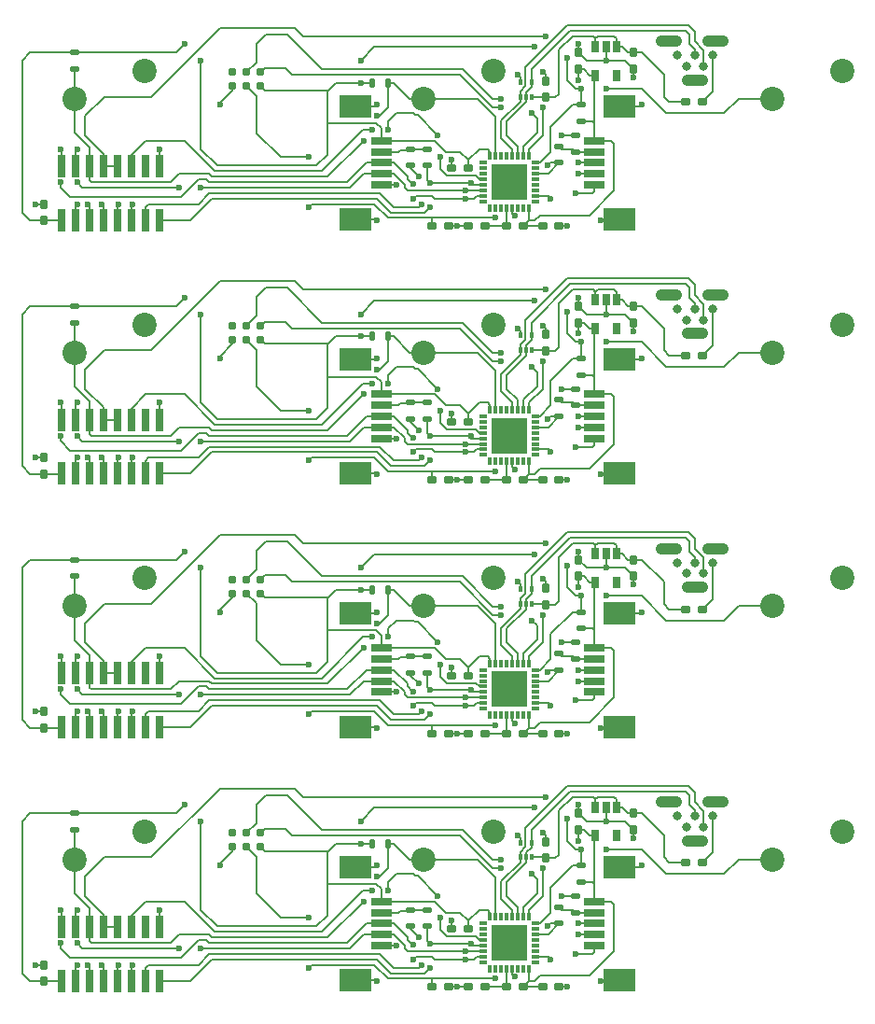
<source format=gbl>
%FSLAX46Y46*%
%MOMM*%
%ADD10C,0.200000*%
%AMPS13*
1,1,2.200000,0.000000,0.000000*
%
%ADD13PS13*%
%AMPS25*
1,1,0.800000,0.000000,0.000000*
%
%ADD25PS25*%
%AMPS16*
21,1,0.300000,0.450000,0.000000,0.000000,360.000000*
%
%ADD16PS16*%
%AMPS15*
21,1,0.300000,0.450000,0.000000,0.000000,180.000000*
%
%ADD15PS15*%
%AMPS31*
21,1,0.600000,1.900000,0.000000,0.000000,270.000000*
%
%ADD31PS31*%
%AMPS28*
21,1,0.600000,1.900000,0.000000,0.000000,90.000000*
%
%ADD28PS28*%
%AMPS29*
21,1,2.100000,2.800000,0.000000,0.000000,270.000000*
%
%ADD29PS29*%
%AMPS27*
21,1,2.100000,2.800000,0.000000,0.000000,90.000000*
%
%ADD27PS27*%
%AMPS20*
21,1,0.600000,1.950000,0.000000,0.000000,360.000000*
%
%ADD20PS20*%
%AMPS19*
21,1,0.600000,1.950000,0.000000,0.000000,180.000000*
%
%ADD19PS19*%
%AMPS34*
21,1,0.300000,0.600000,0.000000,0.000000,360.000000*
%
%ADD34PS34*%
%AMPS33*
21,1,0.300000,0.600000,0.000000,0.000000,270.000000*
%
%ADD33PS33*%
%AMPS35*
21,1,0.300000,0.600000,0.000000,0.000000,180.000000*
%
%ADD35PS35*%
%AMPS32*
21,1,0.300000,0.600000,0.000000,0.000000,90.000000*
%
%ADD32PS32*%
%AMPS37*
1,1,0.600000,0.000000,0.000000*
%
%ADD37PS37*%
%AMPS26*
21,1,1.300000,1.100000,0.000000,0.000000,360.000000*
1,1,1.100000,-0.650000,0.000000*
1,1,1.100000,0.650000,0.000000*
%
%ADD26PS26*%
%AMPS12*
1,1,0.360000,-0.220000,-0.195000*
1,1,0.360000,0.220000,0.195000*
1,1,0.360000,-0.220000,0.195000*
21,1,0.800000,0.390000,0.000000,0.000000,360.000000*
21,1,0.440000,0.750000,0.000000,0.000000,360.000000*
1,1,0.360000,0.220000,-0.195000*
%
%ADD12PS12*%
%AMPS18*
1,1,0.360000,-0.195000,0.220000*
1,1,0.360000,0.195000,-0.220000*
1,1,0.360000,0.195000,0.220000*
21,1,0.800000,0.390000,0.000000,0.000000,270.000000*
21,1,0.440000,0.750000,0.000000,0.000000,270.000000*
1,1,0.360000,-0.195000,-0.220000*
%
%ADD18PS18*%
%AMPS21*
1,1,0.360000,0.220000,0.195000*
1,1,0.360000,-0.220000,-0.195000*
1,1,0.360000,0.220000,-0.195000*
21,1,0.800000,0.390000,0.000000,0.000000,180.000000*
21,1,0.440000,0.750000,0.000000,0.000000,180.000000*
1,1,0.360000,-0.220000,0.195000*
%
%ADD21PS21*%
%AMPS30*
1,1,0.360000,0.195000,-0.220000*
1,1,0.360000,-0.195000,0.220000*
1,1,0.360000,-0.195000,-0.220000*
21,1,0.800000,0.390000,0.000000,0.000000,90.000000*
21,1,0.440000,0.750000,0.000000,0.000000,90.000000*
1,1,0.360000,0.195000,0.220000*
%
%ADD30PS30*%
%AMPS17*
1,1,0.240000,-0.330000,0.130000*
1,1,0.240000,0.330000,-0.130000*
1,1,0.240000,0.330000,0.130000*
21,1,0.500000,0.660000,0.000000,0.000000,270.000000*
21,1,0.260000,0.900000,0.000000,0.000000,270.000000*
1,1,0.240000,-0.330000,-0.130000*
%
%ADD17PS17*%
%AMPS24*
1,1,0.240000,0.130000,0.330000*
1,1,0.240000,-0.130000,-0.330000*
1,1,0.240000,0.130000,-0.330000*
21,1,0.500000,0.660000,0.000000,0.000000,180.000000*
21,1,0.260000,0.900000,0.000000,0.000000,180.000000*
1,1,0.240000,-0.130000,0.330000*
%
%ADD24PS24*%
%AMPS11*
1,1,0.240000,0.330000,-0.130000*
1,1,0.240000,-0.330000,0.130000*
1,1,0.240000,-0.330000,-0.130000*
21,1,0.500000,0.660000,0.000000,0.000000,90.000000*
21,1,0.260000,0.900000,0.000000,0.000000,90.000000*
1,1,0.240000,0.330000,0.130000*
%
%ADD11PS11*%
%AMPS22*
1,1,0.100000,-0.250000,-0.500000*
1,1,0.100000,0.250000,0.500000*
1,1,0.100000,-0.250000,0.500000*
21,1,0.600000,1.000000,0.000000,0.000000,360.000000*
21,1,0.500000,1.100000,0.000000,0.000000,360.000000*
1,1,0.100000,0.250000,-0.500000*
%
%ADD22PS22*%
%AMPS23*
1,1,0.100000,0.250000,0.500000*
1,1,0.100000,-0.250000,-0.500000*
1,1,0.100000,0.250000,-0.500000*
21,1,0.600000,1.000000,0.000000,0.000000,180.000000*
21,1,0.500000,1.100000,0.000000,0.000000,180.000000*
1,1,0.100000,-0.250000,0.500000*
%
%ADD23PS23*%
%AMPS36*
21,1,3.300000,3.300000,0.000000,0.000000,270.000000*
%
%ADD36PS36*%
%AMPS14*
1,1,0.787400,0.000000,0.000000*
%
%ADD14PS14*%
G01*
%LPD*%
G36*
X55400000Y26500000D02*
X55439004Y26507920D01*
X55471829Y26530425D01*
X55493277Y26563952D01*
X55500000Y26600000D01*
X55500000Y29400000D01*
X55492080Y29439004D01*
X55469575Y29471829D01*
X55436048Y29493277D01*
X55400000Y29500000D01*
X52600000Y29500000D01*
X52560996Y29492080D01*
X52528171Y29469575D01*
X52506723Y29436048D01*
X52500000Y29400000D01*
X52500000Y26600000D01*
X52507920Y26560996D01*
X52530425Y26528171D01*
X52563952Y26506723D01*
X52600000Y26500000D01*
X55400000Y26500000D01*
D02*
G37*
%LPD*%
G36*
X55400000Y72500000D02*
X55439004Y72507920D01*
X55471829Y72530425D01*
X55493277Y72563952D01*
X55500000Y72600000D01*
X55500000Y75400000D01*
X55492080Y75439004D01*
X55469575Y75471829D01*
X55436048Y75493277D01*
X55400000Y75500000D01*
X52600000Y75500000D01*
X52560996Y75492080D01*
X52528171Y75469575D01*
X52506723Y75436048D01*
X52500000Y75400000D01*
X52500000Y72600000D01*
X52507920Y72560996D01*
X52530425Y72528171D01*
X52563952Y72506723D01*
X52600000Y72500000D01*
X55400000Y72500000D01*
D02*
G37*
%LPD*%
G36*
X55400000Y3500000D02*
X55439004Y3507920D01*
X55471829Y3530425D01*
X55493277Y3563952D01*
X55500000Y3600000D01*
X55500000Y6400000D01*
X55492080Y6439004D01*
X55469575Y6471829D01*
X55436048Y6493277D01*
X55400000Y6500000D01*
X52600000Y6500000D01*
X52560996Y6492080D01*
X52528171Y6469575D01*
X52506723Y6436048D01*
X52500000Y6400000D01*
X52500000Y3600000D01*
X52507920Y3560996D01*
X52530425Y3528171D01*
X52563952Y3506723D01*
X52600000Y3500000D01*
X55400000Y3500000D01*
D02*
G37*
%LPD*%
G36*
X55400000Y49500000D02*
X55439004Y49507920D01*
X55471829Y49530425D01*
X55493277Y49563952D01*
X55500000Y49600000D01*
X55500000Y52400000D01*
X55492080Y52439004D01*
X55469575Y52471829D01*
X55436048Y52493277D01*
X55400000Y52500000D01*
X52600000Y52500000D01*
X52560996Y52492080D01*
X52528171Y52469575D01*
X52506723Y52436048D01*
X52500000Y52400000D01*
X52500000Y49600000D01*
X52507920Y49560996D01*
X52530425Y49528171D01*
X52563952Y49506723D01*
X52600000Y49500000D01*
X55400000Y49500000D01*
D02*
G37*
G01*
%LPD*%
D10*
X15250000Y27500000D02*
X24000000Y27500000D01*
D10*
X60000000Y32250000D02*
X58750000Y32250000D01*
D10*
X22245000Y24550000D02*
X25050000Y24550000D01*
D10*
X60500000Y36500000D02*
X60000000Y36500000D01*
D10*
X61300000Y37700000D02*
X61800000Y37700000D01*
D10*
X33664187Y38335813D02*
X34250000Y37750000D01*
D10*
X15895000Y25855000D02*
X15750000Y26000000D01*
D10*
X53250000Y33565714D02*
X55000000Y35315714D01*
D10*
X56000000Y36675000D02*
X56000000Y37100000D01*
D10*
X17165000Y25835000D02*
X17000000Y26000000D01*
D10*
X61650000Y28750000D02*
X60250000Y28750000D01*
D10*
X65250000Y38250000D02*
X65250000Y37500000D01*
D10*
X56750000Y25000000D02*
X61250000Y25000000D01*
D10*
X53750000Y24000000D02*
X53750000Y25650000D01*
D10*
X43000000Y37000000D02*
X43500000Y37000000D01*
D10*
X70833335Y40750000D02*
X70833335Y41666665D01*
D10*
X61650000Y37550000D02*
X61800000Y37700000D01*
D10*
X51250000Y28250000D02*
X50925020Y28574980D01*
D10*
X14625000Y25875000D02*
X14750000Y26000000D01*
D10*
X43000000Y34750000D02*
X43000000Y37000000D01*
D10*
X47250000Y31750000D02*
X42350000Y31750000D01*
D10*
X40500000Y39000000D02*
X41750000Y40250000D01*
D10*
X9750000Y39000000D02*
X10500000Y39750000D01*
D10*
X42350000Y32900000D02*
X42350000Y31750000D01*
D10*
X55450011Y38450011D02*
X55450011Y36700011D01*
D10*
X54750000Y31250000D02*
X53750000Y32250000D01*
D10*
X42000000Y26500000D02*
X43250000Y25250000D01*
D10*
X66000000Y39750000D02*
X68000000Y37750000D01*
D10*
X46250000Y25250000D02*
X46750000Y25750000D01*
D10*
X36000000Y26000000D02*
X35750000Y25750000D01*
D10*
X15895000Y29450000D02*
X15895000Y31105000D01*
D10*
X51650000Y27250000D02*
X50000000Y27250000D01*
D10*
X50500000Y27949998D02*
X46750002Y27949998D01*
D10*
X25750000Y26000000D02*
X26750000Y27000000D01*
D10*
X61650000Y27150000D02*
X61500000Y27000000D01*
D10*
X26500000Y28250000D02*
X25750000Y28250000D01*
D10*
X70000000Y41750000D02*
X59500000Y41750000D01*
D10*
X61800000Y41050000D02*
X62000000Y41250000D01*
D10*
X61650000Y29750000D02*
X60250000Y29750000D01*
D10*
X21000000Y31750000D02*
X24500000Y31750000D01*
D10*
X65250000Y39750000D02*
X66000000Y39750000D01*
D10*
X56350000Y26750000D02*
X57500000Y26750000D01*
D10*
X13355000Y30895000D02*
X13250000Y31000000D01*
D10*
X74790000Y35540000D02*
X73500000Y34250000D01*
D10*
X13250000Y27519236D02*
X13250000Y28000000D01*
D10*
X18435000Y24550000D02*
X18435000Y25935000D01*
D10*
X27750000Y35205202D02*
X27750000Y35000000D01*
D10*
X23250000Y28000000D02*
X24000000Y28750000D01*
D10*
X56000000Y35750000D02*
X57175000Y35750000D01*
D10*
X45000000Y29250000D02*
X45750000Y28500000D01*
D10*
X33839147Y41410853D02*
X37000000Y38250000D01*
D10*
X70333335Y41416665D02*
X70000000Y41750000D01*
D10*
X59750000Y41250000D02*
X61600000Y41250000D01*
D10*
X31885853Y41410853D02*
X33839147Y41410853D01*
D10*
X40684286Y32750000D02*
X41500000Y32750000D01*
D10*
X16040000Y28000000D02*
X23250000Y28000000D01*
D10*
X45000000Y29500000D02*
X45000000Y29250000D01*
D10*
X57250000Y37175000D02*
X57250000Y37750000D01*
D10*
X37495846Y30495846D02*
X36500000Y29500000D01*
D10*
X61650000Y30750000D02*
X60000000Y30750000D01*
D10*
X37495846Y33350000D02*
X37495846Y30495846D01*
D10*
X54250000Y25650000D02*
X54250000Y25143688D01*
D10*
X60000000Y30750000D02*
X59750000Y31000000D01*
D10*
X54750000Y30350000D02*
X54750000Y31250000D01*
D10*
X50250000Y24000000D02*
X49250000Y24000000D01*
D10*
X14119247Y26649989D02*
X13250000Y27519236D01*
D10*
X59750000Y31000000D02*
X58750000Y31000000D01*
D10*
X31784993Y36330853D02*
X37419147Y36330853D01*
D10*
X57722182Y29750000D02*
X57486091Y29513909D01*
D10*
X63500000Y41250000D02*
X62000000Y41250000D01*
D10*
X52750000Y24750000D02*
X47000000Y24750000D01*
D10*
X61000000Y39000000D02*
X62750000Y39000000D01*
D10*
X56250000Y24500000D02*
X56750000Y25000000D01*
D10*
X61500000Y27000000D02*
X60000000Y27000000D01*
D10*
X38241692Y37000000D02*
X40500000Y37000000D01*
D10*
X57250000Y35675000D02*
X58175000Y35675000D01*
D10*
X72433335Y39500000D02*
X72433335Y36183335D01*
D10*
X51650000Y26750000D02*
X51000000Y26750000D01*
D10*
X31050033Y35795813D02*
X31050033Y32449967D01*
D10*
X52250000Y30350000D02*
X52250000Y30750000D01*
D10*
X55000000Y36250000D02*
X55000000Y35750000D01*
D10*
X47000000Y26750000D02*
X47250000Y26500000D01*
D10*
X64750000Y39750000D02*
X65250000Y39750000D01*
D10*
X58750000Y31000000D02*
X58500000Y31250000D01*
D10*
X14750000Y28000000D02*
X15250000Y27500000D01*
D10*
X77856666Y35540000D02*
X74790000Y35540000D01*
D10*
X43500000Y29750000D02*
X44750000Y28500000D01*
D10*
X58500000Y40000000D02*
X59750000Y41250000D01*
D10*
X37495846Y36004154D02*
X37495846Y33350000D01*
D10*
X27500000Y29500000D02*
X26000000Y31000000D01*
D10*
X35250000Y41250000D02*
X57250000Y41250000D01*
D10*
X44750000Y27250000D02*
X50000000Y27250000D01*
D10*
X31050033Y40575033D02*
X31885853Y41410853D01*
D10*
X19705000Y29450000D02*
X19705000Y30455000D01*
D10*
X54250000Y31000000D02*
X53250000Y32000000D01*
D10*
X24000000Y28750000D02*
X26750000Y28750000D01*
D10*
X44500000Y27500000D02*
X44750000Y27250000D01*
D10*
X45399980Y34100020D02*
X45649980Y34100020D01*
D10*
X70250000Y42250000D02*
X59250000Y42250000D01*
D10*
X45250000Y34250000D02*
X45399980Y34100020D01*
D10*
X14523334Y39750000D02*
X10500000Y39750000D01*
D10*
X64200000Y40300000D02*
X64750000Y39750000D01*
D10*
X53250000Y32000000D02*
X53250000Y33565714D01*
D10*
X50699998Y27750000D02*
X50500000Y27949998D01*
D10*
X45200000Y27800000D02*
X45250000Y27800000D01*
D10*
X61650000Y33350000D02*
X61650000Y37550000D01*
D10*
X41750000Y26000000D02*
X36000000Y26000000D01*
D10*
X48331170Y28574980D02*
X47750000Y29156150D01*
D10*
X14523334Y32476666D02*
X14523334Y35540000D01*
D10*
X63700000Y40300000D02*
X64200000Y40300000D01*
D10*
X42350000Y29750000D02*
X43500000Y29750000D01*
D10*
X31417513Y37968333D02*
X31647513Y37968333D01*
D10*
X45250000Y26500000D02*
X45500000Y26750000D01*
D10*
X37419147Y36330853D02*
X37495846Y36254154D01*
D10*
X71633335Y38500000D02*
X71633335Y39950000D01*
D10*
X56350000Y29750000D02*
X56750000Y29750000D01*
D10*
X55750000Y24500000D02*
X56250000Y24500000D01*
D10*
X17250000Y35750000D02*
X21502040Y35750000D01*
D10*
X43922414Y30750000D02*
X44086207Y30913793D01*
D10*
X58175000Y35675000D02*
X58500000Y36000000D01*
D10*
X15895000Y28145000D02*
X16040000Y28000000D01*
D10*
X60250000Y39750000D02*
X61000000Y39000000D01*
D10*
X34500000Y42000000D02*
X35250000Y41250000D01*
D10*
X59500000Y41750000D02*
X56000000Y38250000D01*
D10*
X63500000Y31500000D02*
X63250000Y31750000D01*
D10*
X61800000Y40300000D02*
X61800000Y41050000D01*
D10*
X15500000Y32250000D02*
X15500000Y34000000D01*
D10*
X56000000Y38250000D02*
X56000000Y37100000D01*
D10*
X70333335Y40500000D02*
X70333335Y41416665D01*
D10*
X42350000Y30750000D02*
X43922414Y30750000D01*
D10*
X58500000Y36000000D02*
X58500000Y40000000D01*
D10*
X42250000Y27000000D02*
X43500000Y25750000D01*
D10*
X47000000Y24750000D02*
X43000000Y24750000D01*
D10*
X70833335Y40000000D02*
X70333335Y40500000D01*
D10*
X22245000Y29450000D02*
X22245000Y30995000D01*
D10*
X27000000Y28500000D02*
X37500000Y28500000D01*
D10*
X56750000Y29750000D02*
X57750000Y30750000D01*
D10*
X56350000Y28750000D02*
X57500000Y28750000D01*
D10*
X57175000Y35750000D02*
X57250000Y35675000D01*
D10*
X63500000Y27250000D02*
X63500000Y31500000D01*
D10*
X51250000Y31000000D02*
X50250000Y30000000D01*
D10*
X44086207Y30913793D02*
X44913793Y30913793D01*
D10*
X55250000Y31250000D02*
X56500000Y32500000D01*
D10*
X41750000Y40250000D02*
X56250000Y40250000D01*
D10*
X18435000Y25935000D02*
X18500000Y26000000D01*
D10*
X25750000Y28250000D02*
X24149989Y26649989D01*
D10*
X47750000Y29156150D02*
X47750000Y30250000D01*
D10*
X44750000Y28250000D02*
X45200000Y27800000D01*
D10*
X68250000Y34250000D02*
X66000000Y36500000D01*
D10*
X43250000Y25250000D02*
X46250000Y25250000D01*
D10*
X30147513Y36698333D02*
X31050033Y35795813D01*
D10*
X71633335Y39950000D02*
X70833335Y40750000D01*
D10*
X53750000Y32250000D02*
X53750000Y33500000D01*
D10*
X20975000Y24550000D02*
X20975000Y25725000D01*
D10*
X42000000Y34000000D02*
X42250000Y34000000D01*
D10*
X47000000Y24000000D02*
X47000000Y24750000D01*
D10*
X52250000Y30750000D02*
X52000000Y31000000D01*
D10*
X43000000Y33500000D02*
X43750000Y34250000D01*
D10*
X60750000Y38250000D02*
X61300000Y37700000D01*
D10*
X61650000Y27750000D02*
X61650000Y27150000D01*
D10*
X17165000Y24550000D02*
X17165000Y25835000D01*
D10*
X37495846Y36254154D02*
X38241692Y37000000D01*
D10*
X49750000Y38250000D02*
X52500000Y35500000D01*
D10*
X31417513Y36698333D02*
X31784993Y36330853D01*
D10*
X53750000Y33500000D02*
X55500000Y35250000D01*
D10*
X73500000Y34250000D02*
X68250000Y34250000D01*
D10*
X55250000Y24000000D02*
X55750000Y24500000D01*
D10*
X14625000Y30875000D02*
X14750000Y31000000D01*
D10*
X9750000Y25250000D02*
X9750000Y39000000D01*
D10*
X26000000Y31000000D02*
X26000000Y39000000D01*
D10*
X43500000Y37000000D02*
X44960000Y35540000D01*
D10*
X46750002Y27949998D02*
X46750000Y27950000D01*
D10*
X39500000Y27500000D02*
X26000000Y27500000D01*
D10*
X58500000Y24000000D02*
X59250000Y24000000D01*
D10*
X41500000Y37000000D02*
X40500000Y37000000D01*
D10*
X57750000Y30750000D02*
X57750000Y33000000D01*
D10*
X60250000Y38250000D02*
X60750000Y38250000D01*
D10*
X65250000Y38250000D02*
X64500000Y39000000D01*
D10*
X26750000Y28000000D02*
X26500000Y28250000D01*
D10*
X68500000Y35250000D02*
X70000000Y35250000D01*
D10*
X57000000Y34250000D02*
X57000000Y34750000D01*
D10*
X15500000Y34000000D02*
X17250000Y35750000D01*
D10*
X14625000Y24550000D02*
X14625000Y25875000D01*
D10*
X55500000Y35250000D02*
X55500000Y35750000D01*
D10*
X21502040Y35750000D02*
X27752040Y42000000D01*
D10*
X56500000Y33750000D02*
X56000000Y34250000D01*
D10*
X46500000Y31000000D02*
X45000000Y31000000D01*
D10*
X50500000Y27750000D02*
X50699998Y27750000D01*
D10*
X57500000Y26750000D02*
X57750000Y26500000D01*
D10*
X63500000Y39000000D02*
X62750000Y39000000D01*
D10*
X48250000Y30750000D02*
X47250000Y31750000D01*
D10*
X55750000Y30350000D02*
X55750000Y31000000D01*
D10*
X44960000Y35540000D02*
X46190000Y35540000D01*
D10*
X45649980Y34100020D02*
X47500000Y32250000D01*
D10*
X17165000Y29450000D02*
X17165000Y30585000D01*
D10*
X21250000Y26000000D02*
X25750000Y26000000D01*
D10*
X41000000Y29750000D02*
X39250000Y28000000D01*
D10*
X72433335Y36183335D02*
X71500000Y35250000D01*
D10*
X13305000Y24500000D02*
X13355000Y24550000D01*
D10*
X50925020Y28574980D02*
X48331170Y28574980D01*
D10*
X49500000Y30750000D02*
X48250000Y30750000D01*
D10*
X37000000Y38250000D02*
X49750000Y38250000D01*
D10*
X55250000Y24000000D02*
X57000000Y24000000D01*
D10*
X42350000Y27750000D02*
X43750000Y27750000D01*
D10*
X34250000Y37750000D02*
X49500000Y37750000D01*
D10*
X36500000Y29500000D02*
X27500000Y29500000D01*
D10*
X59250000Y42250000D02*
X55450011Y38450011D01*
D10*
X57750000Y33000000D02*
X59750000Y35000000D01*
D10*
X51650000Y28250000D02*
X51250000Y28250000D01*
D10*
X41900000Y24600000D02*
X42000000Y24500000D01*
D10*
X37495846Y36254154D02*
X37495846Y36004154D01*
D10*
X11750000Y24500000D02*
X10500000Y24500000D01*
D10*
X43750000Y34250000D02*
X45250000Y34250000D01*
D10*
X26750000Y28750000D02*
X27000000Y28500000D01*
D10*
X42350000Y28750000D02*
X43527834Y28750000D01*
D10*
X55750000Y24500000D02*
X55750000Y25650000D01*
D10*
X20975000Y25725000D02*
X21250000Y26000000D01*
D10*
X55000000Y37500000D02*
X54750000Y37750000D01*
D10*
X50000000Y26500000D02*
X50750000Y26500000D01*
D10*
X19705000Y30455000D02*
X21000000Y31750000D01*
D10*
X68000000Y37750000D02*
X68000000Y35750000D01*
D10*
X48750000Y29250000D02*
X48750000Y30000000D01*
D10*
X24149989Y26649989D02*
X14119247Y26649989D01*
D10*
X60000000Y36500000D02*
X59250000Y37250000D01*
D10*
X42350000Y29750000D02*
X41000000Y29750000D01*
D10*
X70833335Y41666665D02*
X70250000Y42250000D01*
D10*
X37500000Y28500000D02*
X40750000Y31750000D01*
D10*
X15895000Y31105000D02*
X14523334Y32476666D01*
D10*
X64000000Y24600000D02*
X62350000Y24600000D01*
D10*
X48500000Y24000000D02*
X49250000Y24000000D01*
D10*
X27000000Y26500000D02*
X42000000Y26500000D01*
D10*
X51000000Y26750000D02*
X50750000Y26500000D01*
D10*
X42350000Y28750000D02*
X40750000Y28750000D01*
D10*
X27250000Y29000000D02*
X36934286Y29000000D01*
D10*
X17165000Y30585000D02*
X15500000Y32250000D01*
D10*
X33250000Y30250000D02*
X35750000Y30250000D01*
D10*
X39250000Y28000000D02*
X26750000Y28000000D01*
D10*
X51144286Y35540000D02*
X52750000Y33934286D01*
D10*
X28877513Y36698333D02*
X28877513Y36332715D01*
D10*
X40000000Y24600000D02*
X41900000Y24600000D01*
D10*
X63700000Y40300000D02*
X63700000Y41050000D01*
D10*
X57500000Y28750000D02*
X58500000Y29750000D01*
D10*
X40000000Y34900000D02*
X41900000Y34900000D01*
D10*
X24500000Y31750000D02*
X27250000Y29000000D01*
D10*
X37495846Y33350000D02*
X41900000Y33350000D01*
D10*
X63700000Y41050000D02*
X63500000Y41250000D01*
D10*
X52000000Y31000000D02*
X51250000Y31000000D01*
D10*
X44750000Y28500000D02*
X44750000Y28250000D01*
D10*
X55000000Y37100000D02*
X55000000Y37500000D01*
D10*
X64500000Y39000000D02*
X63500000Y39000000D01*
D10*
X59750000Y35000000D02*
X60500000Y35000000D01*
D10*
X70833335Y39500000D02*
X70833335Y40000000D01*
D10*
X31784993Y38335813D02*
X33664187Y38335813D01*
D10*
X45750000Y25750000D02*
X46000000Y26000000D01*
D10*
X31050033Y38870853D02*
X31050033Y40575033D01*
D10*
X62350000Y24600000D02*
X62250000Y24500000D01*
D10*
X52750000Y33934286D02*
X52750000Y30350000D01*
D10*
X57000000Y32250000D02*
X57000000Y34250000D01*
D10*
X55450011Y36700011D02*
X55000000Y36250000D01*
D10*
X59250000Y37250000D02*
X59250000Y39250000D01*
D10*
X55250000Y30350000D02*
X55250000Y31250000D01*
D10*
X22245000Y30995000D02*
X22250000Y31000000D01*
D10*
X68000000Y35750000D02*
X68500000Y35250000D01*
D10*
X61500000Y33500000D02*
X60500000Y33500000D01*
D10*
X65900000Y34900000D02*
X66000000Y35000000D01*
D10*
X61250000Y25000000D02*
X63500000Y27250000D01*
D10*
X53750000Y24000000D02*
X51750000Y24000000D01*
D10*
X60250000Y38250000D02*
X60250000Y37250000D01*
D10*
X14523334Y38250000D02*
X14523334Y35540000D01*
D10*
X23750000Y39750000D02*
X14523334Y39750000D01*
D10*
X58500000Y29750000D02*
X57722182Y29750000D01*
D10*
X50500000Y27750000D02*
X51650000Y27750000D01*
D10*
X44913793Y30913793D02*
X45000000Y31000000D01*
D10*
X15895000Y24550000D02*
X15895000Y25855000D01*
D10*
X27752040Y42000000D02*
X34500000Y42000000D01*
D10*
X55500000Y36175000D02*
X56000000Y36675000D01*
D10*
X43527834Y28750000D02*
X44500000Y27777834D01*
D10*
X41900000Y33350000D02*
X42350000Y32900000D01*
D10*
X31050033Y32449967D02*
X33250000Y30250000D01*
D10*
X11750000Y26000000D02*
X11000000Y26000000D01*
D10*
X31417513Y37968333D02*
X31784993Y38335813D01*
D10*
X54250000Y30350000D02*
X54250000Y31000000D01*
D10*
X63250000Y31750000D02*
X61650000Y31750000D01*
D10*
X66000000Y36500000D02*
X62750000Y36500000D01*
D10*
X61650000Y31750000D02*
X61650000Y33350000D01*
D10*
X40750000Y28750000D02*
X39500000Y27500000D01*
D10*
X28877513Y36332715D02*
X27750000Y35205202D01*
D10*
X43000000Y32750000D02*
X43000000Y33500000D01*
D10*
X52500000Y34750000D02*
X53250000Y34750000D01*
D10*
X50250000Y30000000D02*
X49500000Y30750000D01*
D10*
X52500000Y35500000D02*
X53250000Y35500000D01*
D10*
X19705000Y24550000D02*
X19705000Y25955000D01*
D10*
X60500000Y35000000D02*
X60500000Y36500000D01*
D10*
X55000000Y35315714D02*
X55000000Y35750000D01*
D10*
X44500000Y27777834D02*
X44500000Y27500000D01*
D10*
X19705000Y25955000D02*
X19750000Y26000000D01*
D10*
X46190000Y35540000D02*
X51144286Y35540000D01*
D10*
X49500000Y37750000D02*
X52500000Y34750000D01*
D10*
X43000000Y24750000D02*
X41750000Y26000000D01*
D10*
X46500000Y29500000D02*
X46500000Y28200000D01*
D10*
X46500000Y28200000D02*
X46750000Y27950000D01*
D10*
X55500000Y35750000D02*
X55500000Y36175000D01*
D10*
X57250000Y37750000D02*
X57000000Y38000000D01*
D10*
X47250000Y26500000D02*
X50000000Y26500000D01*
D10*
X24500000Y40500000D02*
X23750000Y39750000D01*
D10*
X56500000Y32500000D02*
X56500000Y33750000D01*
D10*
X54250000Y25143688D02*
X54476375Y24917313D01*
D10*
X36934286Y29000000D02*
X40684286Y32750000D01*
D10*
X42250000Y34000000D02*
X43000000Y34750000D01*
D10*
X30147513Y37968333D02*
X31050033Y38870853D01*
D10*
X55750000Y31000000D02*
X57000000Y32250000D01*
D10*
X13355000Y29450000D02*
X13355000Y30895000D01*
D10*
X62750000Y39000000D02*
X62750000Y40300000D01*
D10*
X43500000Y25750000D02*
X45750000Y25750000D01*
D10*
X41900000Y34900000D02*
X42000000Y35000000D01*
D10*
X61600000Y41250000D02*
X61800000Y41050000D01*
D10*
X14625000Y29450000D02*
X14625000Y30875000D01*
D10*
X45500000Y26750000D02*
X47000000Y26750000D01*
D10*
X17165000Y29450000D02*
X18435000Y29450000D01*
D10*
X15895000Y29450000D02*
X15895000Y28145000D01*
D10*
X64000000Y34900000D02*
X65900000Y34900000D01*
D10*
X26750000Y27000000D02*
X42250000Y27000000D01*
D10*
X11750000Y24500000D02*
X13305000Y24500000D01*
D10*
X10500000Y24500000D02*
X9750000Y25250000D01*
D10*
X60250000Y39750000D02*
X60250000Y40500000D01*
D10*
X25050000Y24550000D02*
X27000000Y26500000D01*
D10*
X50250000Y30000000D02*
X50250000Y29250000D01*
D10*
X61650000Y33350000D02*
X61500000Y33500000D01*
D10*
X15250000Y73500000D02*
X24000000Y73500000D01*
D10*
X60000000Y78250000D02*
X58750000Y78250000D01*
D10*
X22245000Y70550000D02*
X25050000Y70550000D01*
D10*
X60500000Y82500000D02*
X60000000Y82500000D01*
D10*
X61300000Y83700000D02*
X61800000Y83700000D01*
D10*
X33664187Y84335813D02*
X34250000Y83750000D01*
D10*
X15895000Y71855000D02*
X15750000Y72000000D01*
D10*
X53250000Y79565714D02*
X55000000Y81315714D01*
D10*
X56000000Y82675000D02*
X56000000Y83100000D01*
D10*
X17165000Y71835000D02*
X17000000Y72000000D01*
D10*
X61650000Y74750000D02*
X60250000Y74750000D01*
D10*
X65250000Y84250000D02*
X65250000Y83500000D01*
D10*
X56750000Y71000000D02*
X61250000Y71000000D01*
D10*
X53750000Y70000000D02*
X53750000Y71650000D01*
D10*
X43000000Y83000000D02*
X43500000Y83000000D01*
D10*
X70833335Y86750000D02*
X70833335Y87666665D01*
D10*
X61650000Y83550000D02*
X61800000Y83700000D01*
D10*
X51250000Y74250000D02*
X50925020Y74574980D01*
D10*
X14625000Y71875000D02*
X14750000Y72000000D01*
D10*
X43000000Y80750000D02*
X43000000Y83000000D01*
D10*
X47250000Y77750000D02*
X42350000Y77750000D01*
D10*
X40500000Y85000000D02*
X41750000Y86250000D01*
D10*
X9750000Y85000000D02*
X10500000Y85750000D01*
D10*
X42350000Y78900000D02*
X42350000Y77750000D01*
D10*
X55450011Y84450011D02*
X55450011Y82700011D01*
D10*
X54750000Y77250000D02*
X53750000Y78250000D01*
D10*
X42000000Y72500000D02*
X43250000Y71250000D01*
D10*
X66000000Y85750000D02*
X68000000Y83750000D01*
D10*
X46250000Y71250000D02*
X46750000Y71750000D01*
D10*
X36000000Y72000000D02*
X35750000Y71750000D01*
D10*
X15895000Y75450000D02*
X15895000Y77105000D01*
D10*
X51650000Y73250000D02*
X50000000Y73250000D01*
D10*
X50500000Y73949998D02*
X46750002Y73949998D01*
D10*
X25750000Y72000000D02*
X26750000Y73000000D01*
D10*
X61650000Y73150000D02*
X61500000Y73000000D01*
D10*
X26500000Y74250000D02*
X25750000Y74250000D01*
D10*
X70000000Y87750000D02*
X59500000Y87750000D01*
D10*
X61800000Y87050000D02*
X62000000Y87250000D01*
D10*
X61650000Y75750000D02*
X60250000Y75750000D01*
D10*
X21000000Y77750000D02*
X24500000Y77750000D01*
D10*
X65250000Y85750000D02*
X66000000Y85750000D01*
D10*
X56350000Y72750000D02*
X57500000Y72750000D01*
D10*
X13355000Y76895000D02*
X13250000Y77000000D01*
D10*
X74790000Y81540000D02*
X73500000Y80250000D01*
D10*
X13250000Y73519236D02*
X13250000Y74000000D01*
D10*
X18435000Y70550000D02*
X18435000Y71935000D01*
D10*
X27750000Y81205202D02*
X27750000Y81000000D01*
D10*
X23250000Y74000000D02*
X24000000Y74750000D01*
D10*
X56000000Y81750000D02*
X57175000Y81750000D01*
D10*
X45000000Y75250000D02*
X45750000Y74500000D01*
D10*
X33839147Y87410853D02*
X37000000Y84250000D01*
D10*
X70333335Y87416665D02*
X70000000Y87750000D01*
D10*
X59750000Y87250000D02*
X61600000Y87250000D01*
D10*
X31885853Y87410853D02*
X33839147Y87410853D01*
D10*
X40684286Y78750000D02*
X41500000Y78750000D01*
D10*
X16040000Y74000000D02*
X23250000Y74000000D01*
D10*
X45000000Y75500000D02*
X45000000Y75250000D01*
D10*
X57250000Y83175000D02*
X57250000Y83750000D01*
D10*
X37495846Y76495846D02*
X36500000Y75500000D01*
D10*
X61650000Y76750000D02*
X60000000Y76750000D01*
D10*
X37495846Y79350000D02*
X37495846Y76495846D01*
D10*
X54250000Y71650000D02*
X54250000Y71143688D01*
D10*
X60000000Y76750000D02*
X59750000Y77000000D01*
D10*
X54750000Y76350000D02*
X54750000Y77250000D01*
D10*
X50250000Y70000000D02*
X49250000Y70000000D01*
D10*
X14119247Y72649989D02*
X13250000Y73519236D01*
D10*
X59750000Y77000000D02*
X58750000Y77000000D01*
D10*
X31784993Y82330853D02*
X37419147Y82330853D01*
D10*
X57722182Y75750000D02*
X57486091Y75513909D01*
D10*
X63500000Y87250000D02*
X62000000Y87250000D01*
D10*
X52750000Y70750000D02*
X47000000Y70750000D01*
D10*
X61000000Y85000000D02*
X62750000Y85000000D01*
D10*
X56250000Y70500000D02*
X56750000Y71000000D01*
D10*
X61500000Y73000000D02*
X60000000Y73000000D01*
D10*
X38241692Y83000000D02*
X40500000Y83000000D01*
D10*
X57250000Y81675000D02*
X58175000Y81675000D01*
D10*
X72433335Y85500000D02*
X72433335Y82183335D01*
D10*
X51650000Y72750000D02*
X51000000Y72750000D01*
D10*
X31050033Y81795813D02*
X31050033Y78449967D01*
D10*
X52250000Y76350000D02*
X52250000Y76750000D01*
D10*
X55000000Y82250000D02*
X55000000Y81750000D01*
D10*
X47000000Y72750000D02*
X47250000Y72500000D01*
D10*
X64750000Y85750000D02*
X65250000Y85750000D01*
D10*
X58750000Y77000000D02*
X58500000Y77250000D01*
D10*
X14750000Y74000000D02*
X15250000Y73500000D01*
D10*
X77856666Y81540000D02*
X74790000Y81540000D01*
D10*
X43500000Y75750000D02*
X44750000Y74500000D01*
D10*
X58500000Y86000000D02*
X59750000Y87250000D01*
D10*
X37495846Y82004154D02*
X37495846Y79350000D01*
D10*
X27500000Y75500000D02*
X26000000Y77000000D01*
D10*
X35250000Y87250000D02*
X57250000Y87250000D01*
D10*
X44750000Y73250000D02*
X50000000Y73250000D01*
D10*
X31050033Y86575033D02*
X31885853Y87410853D01*
D10*
X19705000Y75450000D02*
X19705000Y76455000D01*
D10*
X54250000Y77000000D02*
X53250000Y78000000D01*
D10*
X24000000Y74750000D02*
X26750000Y74750000D01*
D10*
X44500000Y73500000D02*
X44750000Y73250000D01*
D10*
X45399980Y80100020D02*
X45649980Y80100020D01*
D10*
X70250000Y88250000D02*
X59250000Y88250000D01*
D10*
X45250000Y80250000D02*
X45399980Y80100020D01*
D10*
X14523334Y85750000D02*
X10500000Y85750000D01*
D10*
X64200000Y86300000D02*
X64750000Y85750000D01*
D10*
X53250000Y78000000D02*
X53250000Y79565714D01*
D10*
X50699998Y73750000D02*
X50500000Y73949998D01*
D10*
X45200000Y73800000D02*
X45250000Y73800000D01*
D10*
X61650000Y79350000D02*
X61650000Y83550000D01*
D10*
X41750000Y72000000D02*
X36000000Y72000000D01*
D10*
X48331170Y74574980D02*
X47750000Y75156150D01*
D10*
X14523334Y78476666D02*
X14523334Y81540000D01*
D10*
X63700000Y86300000D02*
X64200000Y86300000D01*
D10*
X42350000Y75750000D02*
X43500000Y75750000D01*
D10*
X31417513Y83968333D02*
X31647513Y83968333D01*
D10*
X45250000Y72500000D02*
X45500000Y72750000D01*
D10*
X37419147Y82330853D02*
X37495846Y82254154D01*
D10*
X71633335Y84500000D02*
X71633335Y85950000D01*
D10*
X56350000Y75750000D02*
X56750000Y75750000D01*
D10*
X55750000Y70500000D02*
X56250000Y70500000D01*
D10*
X17250000Y81750000D02*
X21502040Y81750000D01*
D10*
X43922414Y76750000D02*
X44086207Y76913793D01*
D10*
X58175000Y81675000D02*
X58500000Y82000000D01*
D10*
X15895000Y74145000D02*
X16040000Y74000000D01*
D10*
X60250000Y85750000D02*
X61000000Y85000000D01*
D10*
X34500000Y88000000D02*
X35250000Y87250000D01*
D10*
X59500000Y87750000D02*
X56000000Y84250000D01*
D10*
X63500000Y77500000D02*
X63250000Y77750000D01*
D10*
X61800000Y86300000D02*
X61800000Y87050000D01*
D10*
X15500000Y78250000D02*
X15500000Y80000000D01*
D10*
X56000000Y84250000D02*
X56000000Y83100000D01*
D10*
X70333335Y86500000D02*
X70333335Y87416665D01*
D10*
X42350000Y76750000D02*
X43922414Y76750000D01*
D10*
X58500000Y82000000D02*
X58500000Y86000000D01*
D10*
X42250000Y73000000D02*
X43500000Y71750000D01*
D10*
X47000000Y70750000D02*
X43000000Y70750000D01*
D10*
X70833335Y86000000D02*
X70333335Y86500000D01*
D10*
X22245000Y75450000D02*
X22245000Y76995000D01*
D10*
X27000000Y74500000D02*
X37500000Y74500000D01*
D10*
X56750000Y75750000D02*
X57750000Y76750000D01*
D10*
X56350000Y74750000D02*
X57500000Y74750000D01*
D10*
X57175000Y81750000D02*
X57250000Y81675000D01*
D10*
X63500000Y73250000D02*
X63500000Y77500000D01*
D10*
X51250000Y77000000D02*
X50250000Y76000000D01*
D10*
X44086207Y76913793D02*
X44913793Y76913793D01*
D10*
X55250000Y77250000D02*
X56500000Y78500000D01*
D10*
X41750000Y86250000D02*
X56250000Y86250000D01*
D10*
X18435000Y71935000D02*
X18500000Y72000000D01*
D10*
X25750000Y74250000D02*
X24149989Y72649989D01*
D10*
X47750000Y75156150D02*
X47750000Y76250000D01*
D10*
X44750000Y74250000D02*
X45200000Y73800000D01*
D10*
X68250000Y80250000D02*
X66000000Y82500000D01*
D10*
X43250000Y71250000D02*
X46250000Y71250000D01*
D10*
X30147513Y82698333D02*
X31050033Y81795813D01*
D10*
X71633335Y85950000D02*
X70833335Y86750000D01*
D10*
X53750000Y78250000D02*
X53750000Y79500000D01*
D10*
X20975000Y70550000D02*
X20975000Y71725000D01*
D10*
X42000000Y80000000D02*
X42250000Y80000000D01*
D10*
X47000000Y70000000D02*
X47000000Y70750000D01*
D10*
X52250000Y76750000D02*
X52000000Y77000000D01*
D10*
X43000000Y79500000D02*
X43750000Y80250000D01*
D10*
X60750000Y84250000D02*
X61300000Y83700000D01*
D10*
X61650000Y73750000D02*
X61650000Y73150000D01*
D10*
X17165000Y70550000D02*
X17165000Y71835000D01*
D10*
X37495846Y82254154D02*
X38241692Y83000000D01*
D10*
X49750000Y84250000D02*
X52500000Y81500000D01*
D10*
X31417513Y82698333D02*
X31784993Y82330853D01*
D10*
X53750000Y79500000D02*
X55500000Y81250000D01*
D10*
X73500000Y80250000D02*
X68250000Y80250000D01*
D10*
X55250000Y70000000D02*
X55750000Y70500000D01*
D10*
X14625000Y76875000D02*
X14750000Y77000000D01*
D10*
X9750000Y71250000D02*
X9750000Y85000000D01*
D10*
X26000000Y77000000D02*
X26000000Y85000000D01*
D10*
X43500000Y83000000D02*
X44960000Y81540000D01*
D10*
X46750002Y73949998D02*
X46750000Y73950000D01*
D10*
X39500000Y73500000D02*
X26000000Y73500000D01*
D10*
X58500000Y70000000D02*
X59250000Y70000000D01*
D10*
X41500000Y83000000D02*
X40500000Y83000000D01*
D10*
X57750000Y76750000D02*
X57750000Y79000000D01*
D10*
X60250000Y84250000D02*
X60750000Y84250000D01*
D10*
X65250000Y84250000D02*
X64500000Y85000000D01*
D10*
X26750000Y74000000D02*
X26500000Y74250000D01*
D10*
X68500000Y81250000D02*
X70000000Y81250000D01*
D10*
X57000000Y80250000D02*
X57000000Y80750000D01*
D10*
X15500000Y80000000D02*
X17250000Y81750000D01*
D10*
X14625000Y70550000D02*
X14625000Y71875000D01*
D10*
X55500000Y81250000D02*
X55500000Y81750000D01*
D10*
X21502040Y81750000D02*
X27752040Y88000000D01*
D10*
X56500000Y79750000D02*
X56000000Y80250000D01*
D10*
X46500000Y77000000D02*
X45000000Y77000000D01*
D10*
X50500000Y73750000D02*
X50699998Y73750000D01*
D10*
X57500000Y72750000D02*
X57750000Y72500000D01*
D10*
X63500000Y85000000D02*
X62750000Y85000000D01*
D10*
X48250000Y76750000D02*
X47250000Y77750000D01*
D10*
X55750000Y76350000D02*
X55750000Y77000000D01*
D10*
X44960000Y81540000D02*
X46190000Y81540000D01*
D10*
X45649980Y80100020D02*
X47500000Y78250000D01*
D10*
X17165000Y75450000D02*
X17165000Y76585000D01*
D10*
X21250000Y72000000D02*
X25750000Y72000000D01*
D10*
X41000000Y75750000D02*
X39250000Y74000000D01*
D10*
X72433335Y82183335D02*
X71500000Y81250000D01*
D10*
X13305000Y70500000D02*
X13355000Y70550000D01*
D10*
X50925020Y74574980D02*
X48331170Y74574980D01*
D10*
X49500000Y76750000D02*
X48250000Y76750000D01*
D10*
X37000000Y84250000D02*
X49750000Y84250000D01*
D10*
X55250000Y70000000D02*
X57000000Y70000000D01*
D10*
X42350000Y73750000D02*
X43750000Y73750000D01*
D10*
X34250000Y83750000D02*
X49500000Y83750000D01*
D10*
X36500000Y75500000D02*
X27500000Y75500000D01*
D10*
X59250000Y88250000D02*
X55450011Y84450011D01*
D10*
X57750000Y79000000D02*
X59750000Y81000000D01*
D10*
X51650000Y74250000D02*
X51250000Y74250000D01*
D10*
X41900000Y70600000D02*
X42000000Y70500000D01*
D10*
X37495846Y82254154D02*
X37495846Y82004154D01*
D10*
X11750000Y70500000D02*
X10500000Y70500000D01*
D10*
X43750000Y80250000D02*
X45250000Y80250000D01*
D10*
X26750000Y74750000D02*
X27000000Y74500000D01*
D10*
X42350000Y74750000D02*
X43527834Y74750000D01*
D10*
X55750000Y70500000D02*
X55750000Y71650000D01*
D10*
X20975000Y71725000D02*
X21250000Y72000000D01*
D10*
X55000000Y83500000D02*
X54750000Y83750000D01*
D10*
X50000000Y72500000D02*
X50750000Y72500000D01*
D10*
X19705000Y76455000D02*
X21000000Y77750000D01*
D10*
X68000000Y83750000D02*
X68000000Y81750000D01*
D10*
X48750000Y75250000D02*
X48750000Y76000000D01*
D10*
X24149989Y72649989D02*
X14119247Y72649989D01*
D10*
X60000000Y82500000D02*
X59250000Y83250000D01*
D10*
X42350000Y75750000D02*
X41000000Y75750000D01*
D10*
X70833335Y87666665D02*
X70250000Y88250000D01*
D10*
X37500000Y74500000D02*
X40750000Y77750000D01*
D10*
X15895000Y77105000D02*
X14523334Y78476666D01*
D10*
X64000000Y70600000D02*
X62350000Y70600000D01*
D10*
X48500000Y70000000D02*
X49250000Y70000000D01*
D10*
X27000000Y72500000D02*
X42000000Y72500000D01*
D10*
X51000000Y72750000D02*
X50750000Y72500000D01*
D10*
X42350000Y74750000D02*
X40750000Y74750000D01*
D10*
X27250000Y75000000D02*
X36934286Y75000000D01*
D10*
X17165000Y76585000D02*
X15500000Y78250000D01*
D10*
X33250000Y76250000D02*
X35750000Y76250000D01*
D10*
X39250000Y74000000D02*
X26750000Y74000000D01*
D10*
X51144286Y81540000D02*
X52750000Y79934286D01*
D10*
X28877513Y82698333D02*
X28877513Y82332715D01*
D10*
X40000000Y70600000D02*
X41900000Y70600000D01*
D10*
X63700000Y86300000D02*
X63700000Y87050000D01*
D10*
X57500000Y74750000D02*
X58500000Y75750000D01*
D10*
X40000000Y80900000D02*
X41900000Y80900000D01*
D10*
X24500000Y77750000D02*
X27250000Y75000000D01*
D10*
X37495846Y79350000D02*
X41900000Y79350000D01*
D10*
X63700000Y87050000D02*
X63500000Y87250000D01*
D10*
X52000000Y77000000D02*
X51250000Y77000000D01*
D10*
X44750000Y74500000D02*
X44750000Y74250000D01*
D10*
X55000000Y83100000D02*
X55000000Y83500000D01*
D10*
X64500000Y85000000D02*
X63500000Y85000000D01*
D10*
X59750000Y81000000D02*
X60500000Y81000000D01*
D10*
X70833335Y85500000D02*
X70833335Y86000000D01*
D10*
X31784993Y84335813D02*
X33664187Y84335813D01*
D10*
X45750000Y71750000D02*
X46000000Y72000000D01*
D10*
X31050033Y84870853D02*
X31050033Y86575033D01*
D10*
X62350000Y70600000D02*
X62250000Y70500000D01*
D10*
X52750000Y79934286D02*
X52750000Y76350000D01*
D10*
X57000000Y78250000D02*
X57000000Y80250000D01*
D10*
X55450011Y82700011D02*
X55000000Y82250000D01*
D10*
X59250000Y83250000D02*
X59250000Y85250000D01*
D10*
X55250000Y76350000D02*
X55250000Y77250000D01*
D10*
X22245000Y76995000D02*
X22250000Y77000000D01*
D10*
X68000000Y81750000D02*
X68500000Y81250000D01*
D10*
X61500000Y79500000D02*
X60500000Y79500000D01*
D10*
X65900000Y80900000D02*
X66000000Y81000000D01*
D10*
X61250000Y71000000D02*
X63500000Y73250000D01*
D10*
X53750000Y70000000D02*
X51750000Y70000000D01*
D10*
X60250000Y84250000D02*
X60250000Y83250000D01*
D10*
X14523334Y84250000D02*
X14523334Y81540000D01*
D10*
X23750000Y85750000D02*
X14523334Y85750000D01*
D10*
X58500000Y75750000D02*
X57722182Y75750000D01*
D10*
X50500000Y73750000D02*
X51650000Y73750000D01*
D10*
X44913793Y76913793D02*
X45000000Y77000000D01*
D10*
X15895000Y70550000D02*
X15895000Y71855000D01*
D10*
X27752040Y88000000D02*
X34500000Y88000000D01*
D10*
X55500000Y82175000D02*
X56000000Y82675000D01*
D10*
X43527834Y74750000D02*
X44500000Y73777834D01*
D10*
X41900000Y79350000D02*
X42350000Y78900000D01*
D10*
X31050033Y78449967D02*
X33250000Y76250000D01*
D10*
X11750000Y72000000D02*
X11000000Y72000000D01*
D10*
X31417513Y83968333D02*
X31784993Y84335813D01*
D10*
X54250000Y76350000D02*
X54250000Y77000000D01*
D10*
X63250000Y77750000D02*
X61650000Y77750000D01*
D10*
X66000000Y82500000D02*
X62750000Y82500000D01*
D10*
X61650000Y77750000D02*
X61650000Y79350000D01*
D10*
X40750000Y74750000D02*
X39500000Y73500000D01*
D10*
X28877513Y82332715D02*
X27750000Y81205202D01*
D10*
X43000000Y78750000D02*
X43000000Y79500000D01*
D10*
X52500000Y80750000D02*
X53250000Y80750000D01*
D10*
X50250000Y76000000D02*
X49500000Y76750000D01*
D10*
X52500000Y81500000D02*
X53250000Y81500000D01*
D10*
X19705000Y70550000D02*
X19705000Y71955000D01*
D10*
X60500000Y81000000D02*
X60500000Y82500000D01*
D10*
X55000000Y81315714D02*
X55000000Y81750000D01*
D10*
X44500000Y73777834D02*
X44500000Y73500000D01*
D10*
X19705000Y71955000D02*
X19750000Y72000000D01*
D10*
X46190000Y81540000D02*
X51144286Y81540000D01*
D10*
X49500000Y83750000D02*
X52500000Y80750000D01*
D10*
X43000000Y70750000D02*
X41750000Y72000000D01*
D10*
X46500000Y75500000D02*
X46500000Y74200000D01*
D10*
X46500000Y74200000D02*
X46750000Y73950000D01*
D10*
X55500000Y81750000D02*
X55500000Y82175000D01*
D10*
X57250000Y83750000D02*
X57000000Y84000000D01*
D10*
X47250000Y72500000D02*
X50000000Y72500000D01*
D10*
X24500000Y86500000D02*
X23750000Y85750000D01*
D10*
X56500000Y78500000D02*
X56500000Y79750000D01*
D10*
X54250000Y71143688D02*
X54476375Y70917313D01*
D10*
X36934286Y75000000D02*
X40684286Y78750000D01*
D10*
X42250000Y80000000D02*
X43000000Y80750000D01*
D10*
X30147513Y83968333D02*
X31050033Y84870853D01*
D10*
X55750000Y77000000D02*
X57000000Y78250000D01*
D10*
X13355000Y75450000D02*
X13355000Y76895000D01*
D10*
X62750000Y85000000D02*
X62750000Y86300000D01*
D10*
X43500000Y71750000D02*
X45750000Y71750000D01*
D10*
X41900000Y80900000D02*
X42000000Y81000000D01*
D10*
X61600000Y87250000D02*
X61800000Y87050000D01*
D10*
X14625000Y75450000D02*
X14625000Y76875000D01*
D10*
X45500000Y72750000D02*
X47000000Y72750000D01*
D10*
X17165000Y75450000D02*
X18435000Y75450000D01*
D10*
X15895000Y75450000D02*
X15895000Y74145000D01*
D10*
X64000000Y80900000D02*
X65900000Y80900000D01*
D10*
X26750000Y73000000D02*
X42250000Y73000000D01*
D10*
X11750000Y70500000D02*
X13305000Y70500000D01*
D10*
X10500000Y70500000D02*
X9750000Y71250000D01*
D10*
X60250000Y85750000D02*
X60250000Y86500000D01*
D10*
X25050000Y70550000D02*
X27000000Y72500000D01*
D10*
X50250000Y76000000D02*
X50250000Y75250000D01*
D10*
X61650000Y79350000D02*
X61500000Y79500000D01*
D10*
X15250000Y4500000D02*
X24000000Y4500000D01*
D10*
X60000000Y9250000D02*
X58750000Y9250000D01*
D10*
X22245000Y1550000D02*
X25050000Y1550000D01*
D10*
X60500000Y13500000D02*
X60000000Y13500000D01*
D10*
X61300000Y14700000D02*
X61800000Y14700000D01*
D10*
X33664187Y15335813D02*
X34250000Y14750000D01*
D10*
X15895000Y2855000D02*
X15750000Y3000000D01*
D10*
X53250000Y10565714D02*
X55000000Y12315714D01*
D10*
X56000000Y13675000D02*
X56000000Y14100000D01*
D10*
X17165000Y2835000D02*
X17000000Y3000000D01*
D10*
X61650000Y5750000D02*
X60250000Y5750000D01*
D10*
X65250000Y15250000D02*
X65250000Y14500000D01*
D10*
X56750000Y2000000D02*
X61250000Y2000000D01*
D10*
X53750000Y1000000D02*
X53750000Y2650000D01*
D10*
X43000000Y14000000D02*
X43500000Y14000000D01*
D10*
X70833335Y17750000D02*
X70833335Y18666665D01*
D10*
X61650000Y14550000D02*
X61800000Y14700000D01*
D10*
X51250000Y5250000D02*
X50925020Y5574980D01*
D10*
X14625000Y2875000D02*
X14750000Y3000000D01*
D10*
X43000000Y11750000D02*
X43000000Y14000000D01*
D10*
X47250000Y8750000D02*
X42350000Y8750000D01*
D10*
X40500000Y16000000D02*
X41750000Y17250000D01*
D10*
X9750000Y16000000D02*
X10500000Y16750000D01*
D10*
X42350000Y9900000D02*
X42350000Y8750000D01*
D10*
X55450011Y15450011D02*
X55450011Y13700011D01*
D10*
X54750000Y8250000D02*
X53750000Y9250000D01*
D10*
X42000000Y3500000D02*
X43250000Y2250000D01*
D10*
X66000000Y16750000D02*
X68000000Y14750000D01*
D10*
X46250000Y2250000D02*
X46750000Y2750000D01*
D10*
X36000000Y3000000D02*
X35750000Y2750000D01*
D10*
X15895000Y6450000D02*
X15895000Y8105000D01*
D10*
X51650000Y4250000D02*
X50000000Y4250000D01*
D10*
X50500000Y4949998D02*
X46750002Y4949998D01*
D10*
X25750000Y3000000D02*
X26750000Y4000000D01*
D10*
X61650000Y4150000D02*
X61500000Y4000000D01*
D10*
X26500000Y5250000D02*
X25750000Y5250000D01*
D10*
X70000000Y18750000D02*
X59500000Y18750000D01*
D10*
X61800000Y18050000D02*
X62000000Y18250000D01*
D10*
X61650000Y6750000D02*
X60250000Y6750000D01*
D10*
X21000000Y8750000D02*
X24500000Y8750000D01*
D10*
X65250000Y16750000D02*
X66000000Y16750000D01*
D10*
X56350000Y3750000D02*
X57500000Y3750000D01*
D10*
X13355000Y7895000D02*
X13250000Y8000000D01*
D10*
X74790000Y12540000D02*
X73500000Y11250000D01*
D10*
X13250000Y4519236D02*
X13250000Y5000000D01*
D10*
X18435000Y1550000D02*
X18435000Y2935000D01*
D10*
X27750000Y12205202D02*
X27750000Y12000000D01*
D10*
X23250000Y5000000D02*
X24000000Y5750000D01*
D10*
X56000000Y12750000D02*
X57175000Y12750000D01*
D10*
X45000000Y6250000D02*
X45750000Y5500000D01*
D10*
X33839147Y18410853D02*
X37000000Y15250000D01*
D10*
X70333335Y18416665D02*
X70000000Y18750000D01*
D10*
X59750000Y18250000D02*
X61600000Y18250000D01*
D10*
X31885853Y18410853D02*
X33839147Y18410853D01*
D10*
X40684286Y9750000D02*
X41500000Y9750000D01*
D10*
X16040000Y5000000D02*
X23250000Y5000000D01*
D10*
X45000000Y6500000D02*
X45000000Y6250000D01*
D10*
X57250000Y14175000D02*
X57250000Y14750000D01*
D10*
X37495846Y7495846D02*
X36500000Y6500000D01*
D10*
X61650000Y7750000D02*
X60000000Y7750000D01*
D10*
X37495846Y10350000D02*
X37495846Y7495846D01*
D10*
X54250000Y2650000D02*
X54250000Y2143688D01*
D10*
X60000000Y7750000D02*
X59750000Y8000000D01*
D10*
X54750000Y7350000D02*
X54750000Y8250000D01*
D10*
X50250000Y1000000D02*
X49250000Y1000000D01*
D10*
X14119247Y3649989D02*
X13250000Y4519236D01*
D10*
X59750000Y8000000D02*
X58750000Y8000000D01*
D10*
X31784993Y13330853D02*
X37419147Y13330853D01*
D10*
X57722182Y6750000D02*
X57486091Y6513909D01*
D10*
X63500000Y18250000D02*
X62000000Y18250000D01*
D10*
X52750000Y1750000D02*
X47000000Y1750000D01*
D10*
X61000000Y16000000D02*
X62750000Y16000000D01*
D10*
X56250000Y1500000D02*
X56750000Y2000000D01*
D10*
X61500000Y4000000D02*
X60000000Y4000000D01*
D10*
X38241692Y14000000D02*
X40500000Y14000000D01*
D10*
X57250000Y12675000D02*
X58175000Y12675000D01*
D10*
X72433335Y16500000D02*
X72433335Y13183335D01*
D10*
X51650000Y3750000D02*
X51000000Y3750000D01*
D10*
X31050033Y12795813D02*
X31050033Y9449967D01*
D10*
X52250000Y7350000D02*
X52250000Y7750000D01*
D10*
X55000000Y13250000D02*
X55000000Y12750000D01*
D10*
X47000000Y3750000D02*
X47250000Y3500000D01*
D10*
X64750000Y16750000D02*
X65250000Y16750000D01*
D10*
X58750000Y8000000D02*
X58500000Y8250000D01*
D10*
X14750000Y5000000D02*
X15250000Y4500000D01*
D10*
X77856666Y12540000D02*
X74790000Y12540000D01*
D10*
X43500000Y6750000D02*
X44750000Y5500000D01*
D10*
X58500000Y17000000D02*
X59750000Y18250000D01*
D10*
X37495846Y13004154D02*
X37495846Y10350000D01*
D10*
X27500000Y6500000D02*
X26000000Y8000000D01*
D10*
X35250000Y18250000D02*
X57250000Y18250000D01*
D10*
X44750000Y4250000D02*
X50000000Y4250000D01*
D10*
X31050033Y17575033D02*
X31885853Y18410853D01*
D10*
X19705000Y6450000D02*
X19705000Y7455000D01*
D10*
X54250000Y8000000D02*
X53250000Y9000000D01*
D10*
X24000000Y5750000D02*
X26750000Y5750000D01*
D10*
X44500000Y4500000D02*
X44750000Y4250000D01*
D10*
X45399980Y11100020D02*
X45649980Y11100020D01*
D10*
X70250000Y19250000D02*
X59250000Y19250000D01*
D10*
X45250000Y11250000D02*
X45399980Y11100020D01*
D10*
X14523334Y16750000D02*
X10500000Y16750000D01*
D10*
X64200000Y17300000D02*
X64750000Y16750000D01*
D10*
X53250000Y9000000D02*
X53250000Y10565714D01*
D10*
X50699998Y4750000D02*
X50500000Y4949998D01*
D10*
X45200000Y4800000D02*
X45250000Y4800000D01*
D10*
X61650000Y10350000D02*
X61650000Y14550000D01*
D10*
X41750000Y3000000D02*
X36000000Y3000000D01*
D10*
X48331170Y5574980D02*
X47750000Y6156150D01*
D10*
X14523334Y9476666D02*
X14523334Y12540000D01*
D10*
X63700000Y17300000D02*
X64200000Y17300000D01*
D10*
X42350000Y6750000D02*
X43500000Y6750000D01*
D10*
X31417513Y14968333D02*
X31647513Y14968333D01*
D10*
X45250000Y3500000D02*
X45500000Y3750000D01*
D10*
X37419147Y13330853D02*
X37495846Y13254154D01*
D10*
X71633335Y15500000D02*
X71633335Y16950000D01*
D10*
X56350000Y6750000D02*
X56750000Y6750000D01*
D10*
X55750000Y1500000D02*
X56250000Y1500000D01*
D10*
X17250000Y12750000D02*
X21502040Y12750000D01*
D10*
X43922414Y7750000D02*
X44086207Y7913793D01*
D10*
X58175000Y12675000D02*
X58500000Y13000000D01*
D10*
X15895000Y5145000D02*
X16040000Y5000000D01*
D10*
X60250000Y16750000D02*
X61000000Y16000000D01*
D10*
X34500000Y19000000D02*
X35250000Y18250000D01*
D10*
X59500000Y18750000D02*
X56000000Y15250000D01*
D10*
X63500000Y8500000D02*
X63250000Y8750000D01*
D10*
X61800000Y17300000D02*
X61800000Y18050000D01*
D10*
X15500000Y9250000D02*
X15500000Y11000000D01*
D10*
X56000000Y15250000D02*
X56000000Y14100000D01*
D10*
X70333335Y17500000D02*
X70333335Y18416665D01*
D10*
X42350000Y7750000D02*
X43922414Y7750000D01*
D10*
X58500000Y13000000D02*
X58500000Y17000000D01*
D10*
X42250000Y4000000D02*
X43500000Y2750000D01*
D10*
X47000000Y1750000D02*
X43000000Y1750000D01*
D10*
X70833335Y17000000D02*
X70333335Y17500000D01*
D10*
X22245000Y6450000D02*
X22245000Y7995000D01*
D10*
X27000000Y5500000D02*
X37500000Y5500000D01*
D10*
X56750000Y6750000D02*
X57750000Y7750000D01*
D10*
X56350000Y5750000D02*
X57500000Y5750000D01*
D10*
X57175000Y12750000D02*
X57250000Y12675000D01*
D10*
X63500000Y4250000D02*
X63500000Y8500000D01*
D10*
X51250000Y8000000D02*
X50250000Y7000000D01*
D10*
X44086207Y7913793D02*
X44913793Y7913793D01*
D10*
X55250000Y8250000D02*
X56500000Y9500000D01*
D10*
X41750000Y17250000D02*
X56250000Y17250000D01*
D10*
X18435000Y2935000D02*
X18500000Y3000000D01*
D10*
X25750000Y5250000D02*
X24149989Y3649989D01*
D10*
X47750000Y6156150D02*
X47750000Y7250000D01*
D10*
X44750000Y5250000D02*
X45200000Y4800000D01*
D10*
X68250000Y11250000D02*
X66000000Y13500000D01*
D10*
X43250000Y2250000D02*
X46250000Y2250000D01*
D10*
X30147513Y13698333D02*
X31050033Y12795813D01*
D10*
X71633335Y16950000D02*
X70833335Y17750000D01*
D10*
X53750000Y9250000D02*
X53750000Y10500000D01*
D10*
X20975000Y1550000D02*
X20975000Y2725000D01*
D10*
X42000000Y11000000D02*
X42250000Y11000000D01*
D10*
X47000000Y1000000D02*
X47000000Y1750000D01*
D10*
X52250000Y7750000D02*
X52000000Y8000000D01*
D10*
X43000000Y10500000D02*
X43750000Y11250000D01*
D10*
X60750000Y15250000D02*
X61300000Y14700000D01*
D10*
X61650000Y4750000D02*
X61650000Y4150000D01*
D10*
X17165000Y1550000D02*
X17165000Y2835000D01*
D10*
X37495846Y13254154D02*
X38241692Y14000000D01*
D10*
X49750000Y15250000D02*
X52500000Y12500000D01*
D10*
X31417513Y13698333D02*
X31784993Y13330853D01*
D10*
X53750000Y10500000D02*
X55500000Y12250000D01*
D10*
X73500000Y11250000D02*
X68250000Y11250000D01*
D10*
X55250000Y1000000D02*
X55750000Y1500000D01*
D10*
X14625000Y7875000D02*
X14750000Y8000000D01*
D10*
X9750000Y2250000D02*
X9750000Y16000000D01*
D10*
X26000000Y8000000D02*
X26000000Y16000000D01*
D10*
X43500000Y14000000D02*
X44960000Y12540000D01*
D10*
X46750002Y4949998D02*
X46750000Y4950000D01*
D10*
X39500000Y4500000D02*
X26000000Y4500000D01*
D10*
X58500000Y1000000D02*
X59250000Y1000000D01*
D10*
X41500000Y14000000D02*
X40500000Y14000000D01*
D10*
X57750000Y7750000D02*
X57750000Y10000000D01*
D10*
X60250000Y15250000D02*
X60750000Y15250000D01*
D10*
X65250000Y15250000D02*
X64500000Y16000000D01*
D10*
X26750000Y5000000D02*
X26500000Y5250000D01*
D10*
X68500000Y12250000D02*
X70000000Y12250000D01*
D10*
X57000000Y11250000D02*
X57000000Y11750000D01*
D10*
X15500000Y11000000D02*
X17250000Y12750000D01*
D10*
X14625000Y1550000D02*
X14625000Y2875000D01*
D10*
X55500000Y12250000D02*
X55500000Y12750000D01*
D10*
X21502040Y12750000D02*
X27752040Y19000000D01*
D10*
X56500000Y10750000D02*
X56000000Y11250000D01*
D10*
X46500000Y8000000D02*
X45000000Y8000000D01*
D10*
X50500000Y4750000D02*
X50699998Y4750000D01*
D10*
X57500000Y3750000D02*
X57750000Y3500000D01*
D10*
X63500000Y16000000D02*
X62750000Y16000000D01*
D10*
X48250000Y7750000D02*
X47250000Y8750000D01*
D10*
X55750000Y7350000D02*
X55750000Y8000000D01*
D10*
X44960000Y12540000D02*
X46190000Y12540000D01*
D10*
X45649980Y11100020D02*
X47500000Y9250000D01*
D10*
X17165000Y6450000D02*
X17165000Y7585000D01*
D10*
X21250000Y3000000D02*
X25750000Y3000000D01*
D10*
X41000000Y6750000D02*
X39250000Y5000000D01*
D10*
X72433335Y13183335D02*
X71500000Y12250000D01*
D10*
X13305000Y1500000D02*
X13355000Y1550000D01*
D10*
X50925020Y5574980D02*
X48331170Y5574980D01*
D10*
X49500000Y7750000D02*
X48250000Y7750000D01*
D10*
X37000000Y15250000D02*
X49750000Y15250000D01*
D10*
X55250000Y1000000D02*
X57000000Y1000000D01*
D10*
X42350000Y4750000D02*
X43750000Y4750000D01*
D10*
X34250000Y14750000D02*
X49500000Y14750000D01*
D10*
X36500000Y6500000D02*
X27500000Y6500000D01*
D10*
X59250000Y19250000D02*
X55450011Y15450011D01*
D10*
X57750000Y10000000D02*
X59750000Y12000000D01*
D10*
X51650000Y5250000D02*
X51250000Y5250000D01*
D10*
X41900000Y1600000D02*
X42000000Y1500000D01*
D10*
X37495846Y13254154D02*
X37495846Y13004154D01*
D10*
X11750000Y1500000D02*
X10500000Y1500000D01*
D10*
X43750000Y11250000D02*
X45250000Y11250000D01*
D10*
X26750000Y5750000D02*
X27000000Y5500000D01*
D10*
X42350000Y5750000D02*
X43527834Y5750000D01*
D10*
X55750000Y1500000D02*
X55750000Y2650000D01*
D10*
X20975000Y2725000D02*
X21250000Y3000000D01*
D10*
X55000000Y14500000D02*
X54750000Y14750000D01*
D10*
X50000000Y3500000D02*
X50750000Y3500000D01*
D10*
X19705000Y7455000D02*
X21000000Y8750000D01*
D10*
X68000000Y14750000D02*
X68000000Y12750000D01*
D10*
X48750000Y6250000D02*
X48750000Y7000000D01*
D10*
X24149989Y3649989D02*
X14119247Y3649989D01*
D10*
X60000000Y13500000D02*
X59250000Y14250000D01*
D10*
X42350000Y6750000D02*
X41000000Y6750000D01*
D10*
X70833335Y18666665D02*
X70250000Y19250000D01*
D10*
X37500000Y5500000D02*
X40750000Y8750000D01*
D10*
X15895000Y8105000D02*
X14523334Y9476666D01*
D10*
X64000000Y1600000D02*
X62350000Y1600000D01*
D10*
X48500000Y1000000D02*
X49250000Y1000000D01*
D10*
X27000000Y3500000D02*
X42000000Y3500000D01*
D10*
X51000000Y3750000D02*
X50750000Y3500000D01*
D10*
X42350000Y5750000D02*
X40750000Y5750000D01*
D10*
X27250000Y6000000D02*
X36934286Y6000000D01*
D10*
X17165000Y7585000D02*
X15500000Y9250000D01*
D10*
X33250000Y7250000D02*
X35750000Y7250000D01*
D10*
X39250000Y5000000D02*
X26750000Y5000000D01*
D10*
X51144286Y12540000D02*
X52750000Y10934286D01*
D10*
X28877513Y13698333D02*
X28877513Y13332715D01*
D10*
X40000000Y1600000D02*
X41900000Y1600000D01*
D10*
X63700000Y17300000D02*
X63700000Y18050000D01*
D10*
X57500000Y5750000D02*
X58500000Y6750000D01*
D10*
X40000000Y11900000D02*
X41900000Y11900000D01*
D10*
X24500000Y8750000D02*
X27250000Y6000000D01*
D10*
X37495846Y10350000D02*
X41900000Y10350000D01*
D10*
X63700000Y18050000D02*
X63500000Y18250000D01*
D10*
X52000000Y8000000D02*
X51250000Y8000000D01*
D10*
X44750000Y5500000D02*
X44750000Y5250000D01*
D10*
X55000000Y14100000D02*
X55000000Y14500000D01*
D10*
X64500000Y16000000D02*
X63500000Y16000000D01*
D10*
X59750000Y12000000D02*
X60500000Y12000000D01*
D10*
X70833335Y16500000D02*
X70833335Y17000000D01*
D10*
X31784993Y15335813D02*
X33664187Y15335813D01*
D10*
X45750000Y2750000D02*
X46000000Y3000000D01*
D10*
X31050033Y15870853D02*
X31050033Y17575033D01*
D10*
X62350000Y1600000D02*
X62250000Y1500000D01*
D10*
X52750000Y10934286D02*
X52750000Y7350000D01*
D10*
X57000000Y9250000D02*
X57000000Y11250000D01*
D10*
X55450011Y13700011D02*
X55000000Y13250000D01*
D10*
X59250000Y14250000D02*
X59250000Y16250000D01*
D10*
X55250000Y7350000D02*
X55250000Y8250000D01*
D10*
X22245000Y7995000D02*
X22250000Y8000000D01*
D10*
X68000000Y12750000D02*
X68500000Y12250000D01*
D10*
X61500000Y10500000D02*
X60500000Y10500000D01*
D10*
X65900000Y11900000D02*
X66000000Y12000000D01*
D10*
X61250000Y2000000D02*
X63500000Y4250000D01*
D10*
X53750000Y1000000D02*
X51750000Y1000000D01*
D10*
X60250000Y15250000D02*
X60250000Y14250000D01*
D10*
X14523334Y15250000D02*
X14523334Y12540000D01*
D10*
X23750000Y16750000D02*
X14523334Y16750000D01*
D10*
X58500000Y6750000D02*
X57722182Y6750000D01*
D10*
X50500000Y4750000D02*
X51650000Y4750000D01*
D10*
X44913793Y7913793D02*
X45000000Y8000000D01*
D10*
X15895000Y1550000D02*
X15895000Y2855000D01*
D10*
X27752040Y19000000D02*
X34500000Y19000000D01*
D10*
X55500000Y13175000D02*
X56000000Y13675000D01*
D10*
X43527834Y5750000D02*
X44500000Y4777834D01*
D10*
X41900000Y10350000D02*
X42350000Y9900000D01*
D10*
X31050033Y9449967D02*
X33250000Y7250000D01*
D10*
X11750000Y3000000D02*
X11000000Y3000000D01*
D10*
X31417513Y14968333D02*
X31784993Y15335813D01*
D10*
X54250000Y7350000D02*
X54250000Y8000000D01*
D10*
X63250000Y8750000D02*
X61650000Y8750000D01*
D10*
X66000000Y13500000D02*
X62750000Y13500000D01*
D10*
X61650000Y8750000D02*
X61650000Y10350000D01*
D10*
X40750000Y5750000D02*
X39500000Y4500000D01*
D10*
X28877513Y13332715D02*
X27750000Y12205202D01*
D10*
X43000000Y9750000D02*
X43000000Y10500000D01*
D10*
X52500000Y11750000D02*
X53250000Y11750000D01*
D10*
X50250000Y7000000D02*
X49500000Y7750000D01*
D10*
X52500000Y12500000D02*
X53250000Y12500000D01*
D10*
X19705000Y1550000D02*
X19705000Y2955000D01*
D10*
X60500000Y12000000D02*
X60500000Y13500000D01*
D10*
X55000000Y12315714D02*
X55000000Y12750000D01*
D10*
X44500000Y4777834D02*
X44500000Y4500000D01*
D10*
X19705000Y2955000D02*
X19750000Y3000000D01*
D10*
X46190000Y12540000D02*
X51144286Y12540000D01*
D10*
X49500000Y14750000D02*
X52500000Y11750000D01*
D10*
X43000000Y1750000D02*
X41750000Y3000000D01*
D10*
X46500000Y6500000D02*
X46500000Y5200000D01*
D10*
X46500000Y5200000D02*
X46750000Y4950000D01*
D10*
X55500000Y12750000D02*
X55500000Y13175000D01*
D10*
X57250000Y14750000D02*
X57000000Y15000000D01*
D10*
X47250000Y3500000D02*
X50000000Y3500000D01*
D10*
X24500000Y17500000D02*
X23750000Y16750000D01*
D10*
X56500000Y9500000D02*
X56500000Y10750000D01*
D10*
X54250000Y2143688D02*
X54476375Y1917313D01*
D10*
X36934286Y6000000D02*
X40684286Y9750000D01*
D10*
X42250000Y11000000D02*
X43000000Y11750000D01*
D10*
X30147513Y14968333D02*
X31050033Y15870853D01*
D10*
X55750000Y8000000D02*
X57000000Y9250000D01*
D10*
X13355000Y6450000D02*
X13355000Y7895000D01*
D10*
X62750000Y16000000D02*
X62750000Y17300000D01*
D10*
X43500000Y2750000D02*
X45750000Y2750000D01*
D10*
X41900000Y11900000D02*
X42000000Y12000000D01*
D10*
X61600000Y18250000D02*
X61800000Y18050000D01*
D10*
X14625000Y6450000D02*
X14625000Y7875000D01*
D10*
X45500000Y3750000D02*
X47000000Y3750000D01*
D10*
X17165000Y6450000D02*
X18435000Y6450000D01*
D10*
X15895000Y6450000D02*
X15895000Y5145000D01*
D10*
X64000000Y11900000D02*
X65900000Y11900000D01*
D10*
X26750000Y4000000D02*
X42250000Y4000000D01*
D10*
X11750000Y1500000D02*
X13305000Y1500000D01*
D10*
X10500000Y1500000D02*
X9750000Y2250000D01*
D10*
X60250000Y16750000D02*
X60250000Y17500000D01*
D10*
X25050000Y1550000D02*
X27000000Y3500000D01*
D10*
X50250000Y7000000D02*
X50250000Y6250000D01*
D10*
X61650000Y10350000D02*
X61500000Y10500000D01*
D10*
X15250000Y50500000D02*
X24000000Y50500000D01*
D10*
X60000000Y55250000D02*
X58750000Y55250000D01*
D10*
X22245000Y47550000D02*
X25050000Y47550000D01*
D10*
X60500000Y59500000D02*
X60000000Y59500000D01*
D10*
X61300000Y60700000D02*
X61800000Y60700000D01*
D10*
X33664187Y61335813D02*
X34250000Y60750000D01*
D10*
X15895000Y48855000D02*
X15750000Y49000000D01*
D10*
X53250000Y56565714D02*
X55000000Y58315714D01*
D10*
X56000000Y59675000D02*
X56000000Y60100000D01*
D10*
X17165000Y48835000D02*
X17000000Y49000000D01*
D10*
X61650000Y51750000D02*
X60250000Y51750000D01*
D10*
X65250000Y61250000D02*
X65250000Y60500000D01*
D10*
X56750000Y48000000D02*
X61250000Y48000000D01*
D10*
X53750000Y47000000D02*
X53750000Y48650000D01*
D10*
X43000000Y60000000D02*
X43500000Y60000000D01*
D10*
X70833335Y63750000D02*
X70833335Y64666665D01*
D10*
X61650000Y60550000D02*
X61800000Y60700000D01*
D10*
X51250000Y51250000D02*
X50925020Y51574980D01*
D10*
X14625000Y48875000D02*
X14750000Y49000000D01*
D10*
X43000000Y57750000D02*
X43000000Y60000000D01*
D10*
X47250000Y54750000D02*
X42350000Y54750000D01*
D10*
X40500000Y62000000D02*
X41750000Y63250000D01*
D10*
X9750000Y62000000D02*
X10500000Y62750000D01*
D10*
X42350000Y55900000D02*
X42350000Y54750000D01*
D10*
X55450011Y61450011D02*
X55450011Y59700011D01*
D10*
X54750000Y54250000D02*
X53750000Y55250000D01*
D10*
X42000000Y49500000D02*
X43250000Y48250000D01*
D10*
X66000000Y62750000D02*
X68000000Y60750000D01*
D10*
X46250000Y48250000D02*
X46750000Y48750000D01*
D10*
X36000000Y49000000D02*
X35750000Y48750000D01*
D10*
X15895000Y52450000D02*
X15895000Y54105000D01*
D10*
X51650000Y50250000D02*
X50000000Y50250000D01*
D10*
X50500000Y50949998D02*
X46750002Y50949998D01*
D10*
X25750000Y49000000D02*
X26750000Y50000000D01*
D10*
X61650000Y50150000D02*
X61500000Y50000000D01*
D10*
X26500000Y51250000D02*
X25750000Y51250000D01*
D10*
X70000000Y64750000D02*
X59500000Y64750000D01*
D10*
X61800000Y64050000D02*
X62000000Y64250000D01*
D10*
X61650000Y52750000D02*
X60250000Y52750000D01*
D10*
X21000000Y54750000D02*
X24500000Y54750000D01*
D10*
X65250000Y62750000D02*
X66000000Y62750000D01*
D10*
X56350000Y49750000D02*
X57500000Y49750000D01*
D10*
X13355000Y53895000D02*
X13250000Y54000000D01*
D10*
X74790000Y58540000D02*
X73500000Y57250000D01*
D10*
X13250000Y50519236D02*
X13250000Y51000000D01*
D10*
X18435000Y47550000D02*
X18435000Y48935000D01*
D10*
X27750000Y58205202D02*
X27750000Y58000000D01*
D10*
X23250000Y51000000D02*
X24000000Y51750000D01*
D10*
X56000000Y58750000D02*
X57175000Y58750000D01*
D10*
X45000000Y52250000D02*
X45750000Y51500000D01*
D10*
X33839147Y64410853D02*
X37000000Y61250000D01*
D10*
X70333335Y64416665D02*
X70000000Y64750000D01*
D10*
X59750000Y64250000D02*
X61600000Y64250000D01*
D10*
X31885853Y64410853D02*
X33839147Y64410853D01*
D10*
X40684286Y55750000D02*
X41500000Y55750000D01*
D10*
X16040000Y51000000D02*
X23250000Y51000000D01*
D10*
X45000000Y52500000D02*
X45000000Y52250000D01*
D10*
X57250000Y60175000D02*
X57250000Y60750000D01*
D10*
X37495846Y53495846D02*
X36500000Y52500000D01*
D10*
X61650000Y53750000D02*
X60000000Y53750000D01*
D10*
X37495846Y56350000D02*
X37495846Y53495846D01*
D10*
X54250000Y48650000D02*
X54250000Y48143688D01*
D10*
X60000000Y53750000D02*
X59750000Y54000000D01*
D10*
X54750000Y53350000D02*
X54750000Y54250000D01*
D10*
X50250000Y47000000D02*
X49250000Y47000000D01*
D10*
X14119247Y49649989D02*
X13250000Y50519236D01*
D10*
X59750000Y54000000D02*
X58750000Y54000000D01*
D10*
X31784993Y59330853D02*
X37419147Y59330853D01*
D10*
X57722182Y52750000D02*
X57486091Y52513909D01*
D10*
X63500000Y64250000D02*
X62000000Y64250000D01*
D10*
X52750000Y47750000D02*
X47000000Y47750000D01*
D10*
X61000000Y62000000D02*
X62750000Y62000000D01*
D10*
X56250000Y47500000D02*
X56750000Y48000000D01*
D10*
X61500000Y50000000D02*
X60000000Y50000000D01*
D10*
X38241692Y60000000D02*
X40500000Y60000000D01*
D10*
X57250000Y58675000D02*
X58175000Y58675000D01*
D10*
X72433335Y62500000D02*
X72433335Y59183335D01*
D10*
X51650000Y49750000D02*
X51000000Y49750000D01*
D10*
X31050033Y58795813D02*
X31050033Y55449967D01*
D10*
X52250000Y53350000D02*
X52250000Y53750000D01*
D10*
X55000000Y59250000D02*
X55000000Y58750000D01*
D10*
X47000000Y49750000D02*
X47250000Y49500000D01*
D10*
X64750000Y62750000D02*
X65250000Y62750000D01*
D10*
X58750000Y54000000D02*
X58500000Y54250000D01*
D10*
X14750000Y51000000D02*
X15250000Y50500000D01*
D10*
X77856666Y58540000D02*
X74790000Y58540000D01*
D10*
X43500000Y52750000D02*
X44750000Y51500000D01*
D10*
X58500000Y63000000D02*
X59750000Y64250000D01*
D10*
X37495846Y59004154D02*
X37495846Y56350000D01*
D10*
X27500000Y52500000D02*
X26000000Y54000000D01*
D10*
X35250000Y64250000D02*
X57250000Y64250000D01*
D10*
X44750000Y50250000D02*
X50000000Y50250000D01*
D10*
X31050033Y63575033D02*
X31885853Y64410853D01*
D10*
X19705000Y52450000D02*
X19705000Y53455000D01*
D10*
X54250000Y54000000D02*
X53250000Y55000000D01*
D10*
X24000000Y51750000D02*
X26750000Y51750000D01*
D10*
X44500000Y50500000D02*
X44750000Y50250000D01*
D10*
X45399980Y57100020D02*
X45649980Y57100020D01*
D10*
X70250000Y65250000D02*
X59250000Y65250000D01*
D10*
X45250000Y57250000D02*
X45399980Y57100020D01*
D10*
X14523334Y62750000D02*
X10500000Y62750000D01*
D10*
X64200000Y63300000D02*
X64750000Y62750000D01*
D10*
X53250000Y55000000D02*
X53250000Y56565714D01*
D10*
X50699998Y50750000D02*
X50500000Y50949998D01*
D10*
X45200000Y50800000D02*
X45250000Y50800000D01*
D10*
X61650000Y56350000D02*
X61650000Y60550000D01*
D10*
X41750000Y49000000D02*
X36000000Y49000000D01*
D10*
X48331170Y51574980D02*
X47750000Y52156150D01*
D10*
X14523334Y55476666D02*
X14523334Y58540000D01*
D10*
X63700000Y63300000D02*
X64200000Y63300000D01*
D10*
X42350000Y52750000D02*
X43500000Y52750000D01*
D10*
X31417513Y60968333D02*
X31647513Y60968333D01*
D10*
X45250000Y49500000D02*
X45500000Y49750000D01*
D10*
X37419147Y59330853D02*
X37495846Y59254154D01*
D10*
X71633335Y61500000D02*
X71633335Y62950000D01*
D10*
X56350000Y52750000D02*
X56750000Y52750000D01*
D10*
X55750000Y47500000D02*
X56250000Y47500000D01*
D10*
X17250000Y58750000D02*
X21502040Y58750000D01*
D10*
X43922414Y53750000D02*
X44086207Y53913793D01*
D10*
X58175000Y58675000D02*
X58500000Y59000000D01*
D10*
X15895000Y51145000D02*
X16040000Y51000000D01*
D10*
X60250000Y62750000D02*
X61000000Y62000000D01*
D10*
X34500000Y65000000D02*
X35250000Y64250000D01*
D10*
X59500000Y64750000D02*
X56000000Y61250000D01*
D10*
X63500000Y54500000D02*
X63250000Y54750000D01*
D10*
X61800000Y63300000D02*
X61800000Y64050000D01*
D10*
X15500000Y55250000D02*
X15500000Y57000000D01*
D10*
X56000000Y61250000D02*
X56000000Y60100000D01*
D10*
X70333335Y63500000D02*
X70333335Y64416665D01*
D10*
X42350000Y53750000D02*
X43922414Y53750000D01*
D10*
X58500000Y59000000D02*
X58500000Y63000000D01*
D10*
X42250000Y50000000D02*
X43500000Y48750000D01*
D10*
X47000000Y47750000D02*
X43000000Y47750000D01*
D10*
X70833335Y63000000D02*
X70333335Y63500000D01*
D10*
X22245000Y52450000D02*
X22245000Y53995000D01*
D10*
X27000000Y51500000D02*
X37500000Y51500000D01*
D10*
X56750000Y52750000D02*
X57750000Y53750000D01*
D10*
X56350000Y51750000D02*
X57500000Y51750000D01*
D10*
X57175000Y58750000D02*
X57250000Y58675000D01*
D10*
X63500000Y50250000D02*
X63500000Y54500000D01*
D10*
X51250000Y54000000D02*
X50250000Y53000000D01*
D10*
X44086207Y53913793D02*
X44913793Y53913793D01*
D10*
X55250000Y54250000D02*
X56500000Y55500000D01*
D10*
X41750000Y63250000D02*
X56250000Y63250000D01*
D10*
X18435000Y48935000D02*
X18500000Y49000000D01*
D10*
X25750000Y51250000D02*
X24149989Y49649989D01*
D10*
X47750000Y52156150D02*
X47750000Y53250000D01*
D10*
X44750000Y51250000D02*
X45200000Y50800000D01*
D10*
X68250000Y57250000D02*
X66000000Y59500000D01*
D10*
X43250000Y48250000D02*
X46250000Y48250000D01*
D10*
X30147513Y59698333D02*
X31050033Y58795813D01*
D10*
X71633335Y62950000D02*
X70833335Y63750000D01*
D10*
X53750000Y55250000D02*
X53750000Y56500000D01*
D10*
X20975000Y47550000D02*
X20975000Y48725000D01*
D10*
X42000000Y57000000D02*
X42250000Y57000000D01*
D10*
X47000000Y47000000D02*
X47000000Y47750000D01*
D10*
X52250000Y53750000D02*
X52000000Y54000000D01*
D10*
X43000000Y56500000D02*
X43750000Y57250000D01*
D10*
X60750000Y61250000D02*
X61300000Y60700000D01*
D10*
X61650000Y50750000D02*
X61650000Y50150000D01*
D10*
X17165000Y47550000D02*
X17165000Y48835000D01*
D10*
X37495846Y59254154D02*
X38241692Y60000000D01*
D10*
X49750000Y61250000D02*
X52500000Y58500000D01*
D10*
X31417513Y59698333D02*
X31784993Y59330853D01*
D10*
X53750000Y56500000D02*
X55500000Y58250000D01*
D10*
X73500000Y57250000D02*
X68250000Y57250000D01*
D10*
X55250000Y47000000D02*
X55750000Y47500000D01*
D10*
X14625000Y53875000D02*
X14750000Y54000000D01*
D10*
X9750000Y48250000D02*
X9750000Y62000000D01*
D10*
X26000000Y54000000D02*
X26000000Y62000000D01*
D10*
X43500000Y60000000D02*
X44960000Y58540000D01*
D10*
X46750002Y50949998D02*
X46750000Y50950000D01*
D10*
X39500000Y50500000D02*
X26000000Y50500000D01*
D10*
X58500000Y47000000D02*
X59250000Y47000000D01*
D10*
X41500000Y60000000D02*
X40500000Y60000000D01*
D10*
X57750000Y53750000D02*
X57750000Y56000000D01*
D10*
X60250000Y61250000D02*
X60750000Y61250000D01*
D10*
X65250000Y61250000D02*
X64500000Y62000000D01*
D10*
X26750000Y51000000D02*
X26500000Y51250000D01*
D10*
X68500000Y58250000D02*
X70000000Y58250000D01*
D10*
X57000000Y57250000D02*
X57000000Y57750000D01*
D10*
X15500000Y57000000D02*
X17250000Y58750000D01*
D10*
X14625000Y47550000D02*
X14625000Y48875000D01*
D10*
X55500000Y58250000D02*
X55500000Y58750000D01*
D10*
X21502040Y58750000D02*
X27752040Y65000000D01*
D10*
X56500000Y56750000D02*
X56000000Y57250000D01*
D10*
X46500000Y54000000D02*
X45000000Y54000000D01*
D10*
X50500000Y50750000D02*
X50699998Y50750000D01*
D10*
X57500000Y49750000D02*
X57750000Y49500000D01*
D10*
X63500000Y62000000D02*
X62750000Y62000000D01*
D10*
X48250000Y53750000D02*
X47250000Y54750000D01*
D10*
X55750000Y53350000D02*
X55750000Y54000000D01*
D10*
X44960000Y58540000D02*
X46190000Y58540000D01*
D10*
X45649980Y57100020D02*
X47500000Y55250000D01*
D10*
X17165000Y52450000D02*
X17165000Y53585000D01*
D10*
X21250000Y49000000D02*
X25750000Y49000000D01*
D10*
X41000000Y52750000D02*
X39250000Y51000000D01*
D10*
X72433335Y59183335D02*
X71500000Y58250000D01*
D10*
X13305000Y47500000D02*
X13355000Y47550000D01*
D10*
X50925020Y51574980D02*
X48331170Y51574980D01*
D10*
X49500000Y53750000D02*
X48250000Y53750000D01*
D10*
X37000000Y61250000D02*
X49750000Y61250000D01*
D10*
X55250000Y47000000D02*
X57000000Y47000000D01*
D10*
X42350000Y50750000D02*
X43750000Y50750000D01*
D10*
X34250000Y60750000D02*
X49500000Y60750000D01*
D10*
X36500000Y52500000D02*
X27500000Y52500000D01*
D10*
X59250000Y65250000D02*
X55450011Y61450011D01*
D10*
X57750000Y56000000D02*
X59750000Y58000000D01*
D10*
X51650000Y51250000D02*
X51250000Y51250000D01*
D10*
X41900000Y47600000D02*
X42000000Y47500000D01*
D10*
X37495846Y59254154D02*
X37495846Y59004154D01*
D10*
X11750000Y47500000D02*
X10500000Y47500000D01*
D10*
X43750000Y57250000D02*
X45250000Y57250000D01*
D10*
X26750000Y51750000D02*
X27000000Y51500000D01*
D10*
X42350000Y51750000D02*
X43527834Y51750000D01*
D10*
X55750000Y47500000D02*
X55750000Y48650000D01*
D10*
X20975000Y48725000D02*
X21250000Y49000000D01*
D10*
X55000000Y60500000D02*
X54750000Y60750000D01*
D10*
X50000000Y49500000D02*
X50750000Y49500000D01*
D10*
X19705000Y53455000D02*
X21000000Y54750000D01*
D10*
X68000000Y60750000D02*
X68000000Y58750000D01*
D10*
X48750000Y52250000D02*
X48750000Y53000000D01*
D10*
X24149989Y49649989D02*
X14119247Y49649989D01*
D10*
X60000000Y59500000D02*
X59250000Y60250000D01*
D10*
X42350000Y52750000D02*
X41000000Y52750000D01*
D10*
X70833335Y64666665D02*
X70250000Y65250000D01*
D10*
X37500000Y51500000D02*
X40750000Y54750000D01*
D10*
X15895000Y54105000D02*
X14523334Y55476666D01*
D10*
X64000000Y47600000D02*
X62350000Y47600000D01*
D10*
X48500000Y47000000D02*
X49250000Y47000000D01*
D10*
X27000000Y49500000D02*
X42000000Y49500000D01*
D10*
X51000000Y49750000D02*
X50750000Y49500000D01*
D10*
X42350000Y51750000D02*
X40750000Y51750000D01*
D10*
X27250000Y52000000D02*
X36934286Y52000000D01*
D10*
X17165000Y53585000D02*
X15500000Y55250000D01*
D10*
X33250000Y53250000D02*
X35750000Y53250000D01*
D10*
X39250000Y51000000D02*
X26750000Y51000000D01*
D10*
X51144286Y58540000D02*
X52750000Y56934286D01*
D10*
X28877513Y59698333D02*
X28877513Y59332715D01*
D10*
X40000000Y47600000D02*
X41900000Y47600000D01*
D10*
X63700000Y63300000D02*
X63700000Y64050000D01*
D10*
X57500000Y51750000D02*
X58500000Y52750000D01*
D10*
X40000000Y57900000D02*
X41900000Y57900000D01*
D10*
X24500000Y54750000D02*
X27250000Y52000000D01*
D10*
X37495846Y56350000D02*
X41900000Y56350000D01*
D10*
X63700000Y64050000D02*
X63500000Y64250000D01*
D10*
X52000000Y54000000D02*
X51250000Y54000000D01*
D10*
X44750000Y51500000D02*
X44750000Y51250000D01*
D10*
X55000000Y60100000D02*
X55000000Y60500000D01*
D10*
X64500000Y62000000D02*
X63500000Y62000000D01*
D10*
X59750000Y58000000D02*
X60500000Y58000000D01*
D10*
X70833335Y62500000D02*
X70833335Y63000000D01*
D10*
X31784993Y61335813D02*
X33664187Y61335813D01*
D10*
X45750000Y48750000D02*
X46000000Y49000000D01*
D10*
X31050033Y61870853D02*
X31050033Y63575033D01*
D10*
X62350000Y47600000D02*
X62250000Y47500000D01*
D10*
X52750000Y56934286D02*
X52750000Y53350000D01*
D10*
X57000000Y55250000D02*
X57000000Y57250000D01*
D10*
X55450011Y59700011D02*
X55000000Y59250000D01*
D10*
X59250000Y60250000D02*
X59250000Y62250000D01*
D10*
X55250000Y53350000D02*
X55250000Y54250000D01*
D10*
X22245000Y53995000D02*
X22250000Y54000000D01*
D10*
X68000000Y58750000D02*
X68500000Y58250000D01*
D10*
X61500000Y56500000D02*
X60500000Y56500000D01*
D10*
X65900000Y57900000D02*
X66000000Y58000000D01*
D10*
X61250000Y48000000D02*
X63500000Y50250000D01*
D10*
X53750000Y47000000D02*
X51750000Y47000000D01*
D10*
X60250000Y61250000D02*
X60250000Y60250000D01*
D10*
X14523334Y61250000D02*
X14523334Y58540000D01*
D10*
X23750000Y62750000D02*
X14523334Y62750000D01*
D10*
X58500000Y52750000D02*
X57722182Y52750000D01*
D10*
X50500000Y50750000D02*
X51650000Y50750000D01*
D10*
X44913793Y53913793D02*
X45000000Y54000000D01*
D10*
X15895000Y47550000D02*
X15895000Y48855000D01*
D10*
X27752040Y65000000D02*
X34500000Y65000000D01*
D10*
X55500000Y59175000D02*
X56000000Y59675000D01*
D10*
X43527834Y51750000D02*
X44500000Y50777834D01*
D10*
X41900000Y56350000D02*
X42350000Y55900000D01*
D10*
X31050033Y55449967D02*
X33250000Y53250000D01*
D10*
X11750000Y49000000D02*
X11000000Y49000000D01*
D10*
X31417513Y60968333D02*
X31784993Y61335813D01*
D10*
X54250000Y53350000D02*
X54250000Y54000000D01*
D10*
X63250000Y54750000D02*
X61650000Y54750000D01*
D10*
X66000000Y59500000D02*
X62750000Y59500000D01*
D10*
X61650000Y54750000D02*
X61650000Y56350000D01*
D10*
X40750000Y51750000D02*
X39500000Y50500000D01*
D10*
X28877513Y59332715D02*
X27750000Y58205202D01*
D10*
X43000000Y55750000D02*
X43000000Y56500000D01*
D10*
X52500000Y57750000D02*
X53250000Y57750000D01*
D10*
X50250000Y53000000D02*
X49500000Y53750000D01*
D10*
X52500000Y58500000D02*
X53250000Y58500000D01*
D10*
X19705000Y47550000D02*
X19705000Y48955000D01*
D10*
X60500000Y58000000D02*
X60500000Y59500000D01*
D10*
X55000000Y58315714D02*
X55000000Y58750000D01*
D10*
X44500000Y50777834D02*
X44500000Y50500000D01*
D10*
X19705000Y48955000D02*
X19750000Y49000000D01*
D10*
X46190000Y58540000D02*
X51144286Y58540000D01*
D10*
X49500000Y60750000D02*
X52500000Y57750000D01*
D10*
X43000000Y47750000D02*
X41750000Y49000000D01*
D10*
X46500000Y52500000D02*
X46500000Y51200000D01*
D10*
X46500000Y51200000D02*
X46750000Y50950000D01*
D10*
X55500000Y58750000D02*
X55500000Y59175000D01*
D10*
X57250000Y60750000D02*
X57000000Y61000000D01*
D10*
X47250000Y49500000D02*
X50000000Y49500000D01*
D10*
X24500000Y63500000D02*
X23750000Y62750000D01*
D10*
X56500000Y55500000D02*
X56500000Y56750000D01*
D10*
X54250000Y48143688D02*
X54476375Y47917313D01*
D10*
X36934286Y52000000D02*
X40684286Y55750000D01*
D10*
X42250000Y57000000D02*
X43000000Y57750000D01*
D10*
X30147513Y60968333D02*
X31050033Y61870853D01*
D10*
X55750000Y54000000D02*
X57000000Y55250000D01*
D10*
X13355000Y52450000D02*
X13355000Y53895000D01*
D10*
X62750000Y62000000D02*
X62750000Y63300000D01*
D10*
X43500000Y48750000D02*
X45750000Y48750000D01*
D10*
X41900000Y57900000D02*
X42000000Y58000000D01*
D10*
X61600000Y64250000D02*
X61800000Y64050000D01*
D10*
X14625000Y52450000D02*
X14625000Y53875000D01*
D10*
X45500000Y49750000D02*
X47000000Y49750000D01*
D10*
X17165000Y52450000D02*
X18435000Y52450000D01*
D10*
X15895000Y52450000D02*
X15895000Y51145000D01*
D10*
X64000000Y57900000D02*
X65900000Y57900000D01*
D10*
X26750000Y50000000D02*
X42250000Y50000000D01*
D10*
X11750000Y47500000D02*
X13305000Y47500000D01*
D10*
X10500000Y47500000D02*
X9750000Y48250000D01*
D10*
X60250000Y62750000D02*
X60250000Y63500000D01*
D10*
X25050000Y47550000D02*
X27000000Y49500000D01*
D10*
X50250000Y53000000D02*
X50250000Y52250000D01*
D10*
X61650000Y56350000D02*
X61500000Y56500000D01*
G75*
D11*
X46500000Y31000000D03*
D11*
X46500000Y29500000D03*
D12*
X50250000Y24000000D03*
D12*
X51750000Y24000000D03*
D13*
X14523334Y35540000D03*
D13*
X20873334Y38080000D03*
D12*
X70000000Y35250000D03*
D12*
X71500000Y35250000D03*
D14*
X28877513Y36698333D03*
D14*
X31417513Y36698333D03*
D14*
X31417513Y37968333D03*
D14*
X30147513Y37968333D03*
D14*
X30147513Y36698333D03*
D14*
X28877513Y37968333D03*
D15*
X56000000Y37100000D03*
D16*
X56000000Y35750000D03*
D16*
X55500000Y35750000D03*
D16*
X55000000Y35750000D03*
D15*
X55000000Y37100000D03*
D17*
X60000000Y30750000D03*
D17*
X60000000Y32250000D03*
D11*
X58500000Y31250000D03*
D11*
X58500000Y29750000D03*
D13*
X46190000Y35540000D03*
D13*
X52540000Y38080000D03*
D18*
X60250000Y39750000D03*
D18*
X60250000Y38250000D03*
D19*
X19705000Y29450000D03*
D20*
X20975000Y24550000D03*
D19*
X17165000Y29450000D03*
D20*
X22245000Y24550000D03*
D20*
X14625000Y24550000D03*
D20*
X15895000Y24550000D03*
D19*
X14625000Y29450000D03*
D20*
X18435000Y24550000D03*
D20*
X19705000Y24550000D03*
D19*
X15895000Y29450000D03*
D20*
X13355000Y24550000D03*
D19*
X18435000Y29450000D03*
D19*
X20975000Y29450000D03*
D19*
X22245000Y29450000D03*
D19*
X13355000Y29450000D03*
D20*
X17165000Y24550000D03*
D13*
X77856666Y35540000D03*
D13*
X84206666Y38080000D03*
D21*
X48500000Y24000000D03*
D21*
X47000000Y24000000D03*
D11*
X45000000Y31000000D03*
D11*
X45000000Y29500000D03*
D22*
X61800000Y37700000D03*
D22*
X63700000Y37700000D03*
D23*
X63700000Y40300000D03*
D23*
X61800000Y40300000D03*
D23*
X62750000Y40300000D03*
D24*
X41500000Y37000000D03*
D24*
X43000000Y37000000D03*
D25*
X69233335Y39500000D03*
D25*
X71633335Y38500000D03*
D26*
X70833335Y37250000D03*
D25*
X72433335Y39500000D03*
D25*
X70833335Y39500000D03*
D26*
X72733335Y40750000D03*
D26*
X68433335Y40750000D03*
D25*
X70033335Y38500000D03*
D27*
X64000000Y34900000D03*
D28*
X61650000Y29750000D03*
D29*
X64000000Y24600000D03*
D28*
X61650000Y28750000D03*
D28*
X61650000Y30750000D03*
D28*
X61650000Y27750000D03*
D28*
X61650000Y31750000D03*
D18*
X57250000Y37175000D03*
D18*
X57250000Y35675000D03*
D12*
X48750000Y29250000D03*
D12*
X50250000Y29250000D03*
D11*
X14523334Y39750000D03*
D11*
X14523334Y38250000D03*
D21*
X58500000Y24000000D03*
D21*
X57000000Y24000000D03*
D30*
X65250000Y38250000D03*
D30*
X65250000Y39750000D03*
D12*
X53750000Y24000000D03*
D12*
X55250000Y24000000D03*
D29*
X40000000Y24600000D03*
D31*
X42350000Y29750000D03*
D27*
X40000000Y34900000D03*
D31*
X42350000Y30750000D03*
D31*
X42350000Y28750000D03*
D31*
X42350000Y31750000D03*
D31*
X42350000Y27750000D03*
D32*
X56350000Y28750000D03*
D33*
X51650000Y28750000D03*
D34*
X54250000Y25650000D03*
D32*
X56350000Y26250000D03*
D35*
X53250000Y30350000D03*
D32*
X56350000Y29750000D03*
D33*
X51650000Y27250000D03*
D34*
X53750000Y25650000D03*
D35*
X55250000Y30350000D03*
D32*
X56350000Y28250000D03*
D34*
X53250000Y25650000D03*
D32*
X56350000Y26750000D03*
D33*
X51650000Y28250000D03*
D34*
X52250000Y25650000D03*
D33*
X51650000Y26750000D03*
D35*
X52750000Y30350000D03*
D33*
X51650000Y27750000D03*
D36*
X54000000Y28000000D03*
D35*
X55750000Y30350000D03*
D34*
X55250000Y25650000D03*
D35*
X52250000Y30350000D03*
D35*
X54750000Y30350000D03*
D35*
X54250000Y30350000D03*
D34*
X54750000Y25650000D03*
D35*
X53750000Y30350000D03*
D33*
X51650000Y26250000D03*
D33*
X51650000Y29750000D03*
D32*
X56350000Y27750000D03*
D33*
X51650000Y29250000D03*
D32*
X56350000Y27250000D03*
D32*
X56350000Y29250000D03*
D34*
X55750000Y25650000D03*
D34*
X52750000Y25650000D03*
D18*
X11750000Y26000000D03*
D18*
X11750000Y24500000D03*
D17*
X60500000Y33500000D03*
D17*
X60500000Y35000000D03*
D37*
X53250000Y35500000D03*
D37*
X45750000Y28500000D03*
D37*
X59250000Y39250000D03*
D37*
X22250000Y31000000D03*
D37*
X40500000Y39000000D03*
D37*
X50000000Y27250000D03*
D37*
X46750000Y27950000D03*
D37*
X62250000Y24500000D03*
D37*
X60250000Y28750000D03*
D37*
X52750000Y26750000D03*
D37*
X49250000Y24000000D03*
D37*
X40750000Y31750000D03*
D37*
X62750000Y36500000D03*
D37*
X18500000Y26000000D03*
D37*
X15750000Y26000000D03*
D37*
X60250000Y37250000D03*
D37*
X42000000Y35000000D03*
D37*
X24000000Y27500000D03*
D37*
X14750000Y26000000D03*
D37*
X35750000Y25750000D03*
D37*
X11000000Y26000000D03*
D37*
X60500000Y36500000D03*
D37*
X56250000Y40250000D03*
D37*
X57000000Y38000000D03*
D37*
X13250000Y28000000D03*
D37*
X14750000Y28000000D03*
D37*
X43750000Y27750000D03*
D37*
X65250000Y37500000D03*
D37*
X24500000Y40500000D03*
D37*
X46750000Y25750000D03*
D37*
X58750000Y32250000D03*
D37*
X42000000Y24500000D03*
D37*
X57486091Y29513909D03*
D37*
X27750000Y35000000D03*
D37*
X60250000Y29750000D03*
D37*
X50000000Y26500000D03*
D37*
X42000000Y34000000D03*
D37*
X46000000Y26000000D03*
D37*
X60000000Y27000000D03*
D37*
X45250000Y27800000D03*
D37*
X60250000Y40500000D03*
D37*
X26000000Y27500000D03*
D37*
X52750000Y24750000D03*
D37*
X55250000Y29250000D03*
D37*
X59250000Y24000000D03*
D37*
X14750000Y31000000D03*
D37*
X54750000Y37750000D03*
D37*
X52750000Y29250000D03*
D37*
X13250000Y31000000D03*
D37*
X55250000Y26750000D03*
D37*
X66000000Y35000000D03*
D37*
X47500000Y32250000D03*
D37*
X53250000Y34750000D03*
D37*
X43000000Y32750000D03*
D37*
X45250000Y26500000D03*
D37*
X19750000Y26000000D03*
D37*
X41500000Y32750000D03*
D37*
X62750000Y39000000D03*
D37*
X35750000Y30250000D03*
D37*
X50500000Y27949998D03*
D37*
X40500000Y37000000D03*
D37*
X57250000Y41250000D03*
D37*
X56000000Y34250000D03*
D37*
X47750000Y30250000D03*
D37*
X57750000Y26500000D03*
D37*
X26000000Y39000000D03*
D37*
X17000000Y26000000D03*
D37*
X54476375Y24917313D03*
D37*
X48750000Y30000000D03*
D37*
X57000000Y34750000D03*
D11*
X46500000Y77000000D03*
D11*
X46500000Y75500000D03*
D12*
X50250000Y70000000D03*
D12*
X51750000Y70000000D03*
D13*
X14523334Y81540000D03*
D13*
X20873334Y84080000D03*
D12*
X70000000Y81250000D03*
D12*
X71500000Y81250000D03*
D14*
X28877513Y82698333D03*
D14*
X31417513Y82698333D03*
D14*
X31417513Y83968333D03*
D14*
X30147513Y83968333D03*
D14*
X30147513Y82698333D03*
D14*
X28877513Y83968333D03*
D15*
X56000000Y83100000D03*
D16*
X56000000Y81750000D03*
D16*
X55500000Y81750000D03*
D16*
X55000000Y81750000D03*
D15*
X55000000Y83100000D03*
D17*
X60000000Y76750000D03*
D17*
X60000000Y78250000D03*
D11*
X58500000Y77250000D03*
D11*
X58500000Y75750000D03*
D13*
X46190000Y81540000D03*
D13*
X52540000Y84080000D03*
D18*
X60250000Y85750000D03*
D18*
X60250000Y84250000D03*
D19*
X19705000Y75450000D03*
D20*
X20975000Y70550000D03*
D19*
X17165000Y75450000D03*
D20*
X22245000Y70550000D03*
D20*
X14625000Y70550000D03*
D20*
X15895000Y70550000D03*
D19*
X14625000Y75450000D03*
D20*
X18435000Y70550000D03*
D20*
X19705000Y70550000D03*
D19*
X15895000Y75450000D03*
D20*
X13355000Y70550000D03*
D19*
X18435000Y75450000D03*
D19*
X20975000Y75450000D03*
D19*
X22245000Y75450000D03*
D19*
X13355000Y75450000D03*
D20*
X17165000Y70550000D03*
D13*
X77856666Y81540000D03*
D13*
X84206666Y84080000D03*
D21*
X48500000Y70000000D03*
D21*
X47000000Y70000000D03*
D11*
X45000000Y77000000D03*
D11*
X45000000Y75500000D03*
D22*
X61800000Y83700000D03*
D22*
X63700000Y83700000D03*
D23*
X63700000Y86300000D03*
D23*
X61800000Y86300000D03*
D23*
X62750000Y86300000D03*
D24*
X41500000Y83000000D03*
D24*
X43000000Y83000000D03*
D25*
X69233335Y85500000D03*
D25*
X71633335Y84500000D03*
D26*
X70833335Y83250000D03*
D25*
X72433335Y85500000D03*
D25*
X70833335Y85500000D03*
D26*
X72733335Y86750000D03*
D26*
X68433335Y86750000D03*
D25*
X70033335Y84500000D03*
D27*
X64000000Y80900000D03*
D28*
X61650000Y75750000D03*
D29*
X64000000Y70600000D03*
D28*
X61650000Y74750000D03*
D28*
X61650000Y76750000D03*
D28*
X61650000Y73750000D03*
D28*
X61650000Y77750000D03*
D18*
X57250000Y83175000D03*
D18*
X57250000Y81675000D03*
D12*
X48750000Y75250000D03*
D12*
X50250000Y75250000D03*
D11*
X14523334Y85750000D03*
D11*
X14523334Y84250000D03*
D21*
X58500000Y70000000D03*
D21*
X57000000Y70000000D03*
D30*
X65250000Y84250000D03*
D30*
X65250000Y85750000D03*
D12*
X53750000Y70000000D03*
D12*
X55250000Y70000000D03*
D29*
X40000000Y70600000D03*
D31*
X42350000Y75750000D03*
D27*
X40000000Y80900000D03*
D31*
X42350000Y76750000D03*
D31*
X42350000Y74750000D03*
D31*
X42350000Y77750000D03*
D31*
X42350000Y73750000D03*
D32*
X56350000Y74750000D03*
D33*
X51650000Y74750000D03*
D34*
X54250000Y71650000D03*
D32*
X56350000Y72250000D03*
D35*
X53250000Y76350000D03*
D32*
X56350000Y75750000D03*
D33*
X51650000Y73250000D03*
D34*
X53750000Y71650000D03*
D35*
X55250000Y76350000D03*
D32*
X56350000Y74250000D03*
D34*
X53250000Y71650000D03*
D32*
X56350000Y72750000D03*
D33*
X51650000Y74250000D03*
D34*
X52250000Y71650000D03*
D33*
X51650000Y72750000D03*
D35*
X52750000Y76350000D03*
D33*
X51650000Y73750000D03*
D36*
X54000000Y74000000D03*
D35*
X55750000Y76350000D03*
D34*
X55250000Y71650000D03*
D35*
X52250000Y76350000D03*
D35*
X54750000Y76350000D03*
D35*
X54250000Y76350000D03*
D34*
X54750000Y71650000D03*
D35*
X53750000Y76350000D03*
D33*
X51650000Y72250000D03*
D33*
X51650000Y75750000D03*
D32*
X56350000Y73750000D03*
D33*
X51650000Y75250000D03*
D32*
X56350000Y73250000D03*
D32*
X56350000Y75250000D03*
D34*
X55750000Y71650000D03*
D34*
X52750000Y71650000D03*
D18*
X11750000Y72000000D03*
D18*
X11750000Y70500000D03*
D17*
X60500000Y79500000D03*
D17*
X60500000Y81000000D03*
D37*
X53250000Y81500000D03*
D37*
X45750000Y74500000D03*
D37*
X59250000Y85250000D03*
D37*
X22250000Y77000000D03*
D37*
X40500000Y85000000D03*
D37*
X50000000Y73250000D03*
D37*
X46750000Y73950000D03*
D37*
X62250000Y70500000D03*
D37*
X60250000Y74750000D03*
D37*
X52750000Y72750000D03*
D37*
X49250000Y70000000D03*
D37*
X40750000Y77750000D03*
D37*
X62750000Y82500000D03*
D37*
X18500000Y72000000D03*
D37*
X15750000Y72000000D03*
D37*
X60250000Y83250000D03*
D37*
X42000000Y81000000D03*
D37*
X24000000Y73500000D03*
D37*
X14750000Y72000000D03*
D37*
X35750000Y71750000D03*
D37*
X11000000Y72000000D03*
D37*
X60500000Y82500000D03*
D37*
X56250000Y86250000D03*
D37*
X57000000Y84000000D03*
D37*
X13250000Y74000000D03*
D37*
X14750000Y74000000D03*
D37*
X43750000Y73750000D03*
D37*
X65250000Y83500000D03*
D37*
X24500000Y86500000D03*
D37*
X46750000Y71750000D03*
D37*
X58750000Y78250000D03*
D37*
X42000000Y70500000D03*
D37*
X57486091Y75513909D03*
D37*
X27750000Y81000000D03*
D37*
X60250000Y75750000D03*
D37*
X50000000Y72500000D03*
D37*
X42000000Y80000000D03*
D37*
X46000000Y72000000D03*
D37*
X60000000Y73000000D03*
D37*
X45250000Y73800000D03*
D37*
X60250000Y86500000D03*
D37*
X26000000Y73500000D03*
D37*
X52750000Y70750000D03*
D37*
X55250000Y75250000D03*
D37*
X59250000Y70000000D03*
D37*
X14750000Y77000000D03*
D37*
X54750000Y83750000D03*
D37*
X52750000Y75250000D03*
D37*
X13250000Y77000000D03*
D37*
X55250000Y72750000D03*
D37*
X66000000Y81000000D03*
D37*
X47500000Y78250000D03*
D37*
X53250000Y80750000D03*
D37*
X43000000Y78750000D03*
D37*
X45250000Y72500000D03*
D37*
X19750000Y72000000D03*
D37*
X41500000Y78750000D03*
D37*
X62750000Y85000000D03*
D37*
X35750000Y76250000D03*
D37*
X50500000Y73949998D03*
D37*
X40500000Y83000000D03*
D37*
X57250000Y87250000D03*
D37*
X56000000Y80250000D03*
D37*
X47750000Y76250000D03*
D37*
X57750000Y72500000D03*
D37*
X26000000Y85000000D03*
D37*
X17000000Y72000000D03*
D37*
X54476375Y70917313D03*
D37*
X48750000Y76000000D03*
D37*
X57000000Y80750000D03*
D11*
X46500000Y8000000D03*
D11*
X46500000Y6500000D03*
D12*
X50250000Y1000000D03*
D12*
X51750000Y1000000D03*
D13*
X14523334Y12540000D03*
D13*
X20873334Y15080000D03*
D12*
X70000000Y12250000D03*
D12*
X71500000Y12250000D03*
D14*
X28877513Y13698333D03*
D14*
X31417513Y13698333D03*
D14*
X31417513Y14968333D03*
D14*
X30147513Y14968333D03*
D14*
X30147513Y13698333D03*
D14*
X28877513Y14968333D03*
D15*
X56000000Y14100000D03*
D16*
X56000000Y12750000D03*
D16*
X55500000Y12750000D03*
D16*
X55000000Y12750000D03*
D15*
X55000000Y14100000D03*
D17*
X60000000Y7750000D03*
D17*
X60000000Y9250000D03*
D11*
X58500000Y8250000D03*
D11*
X58500000Y6750000D03*
D13*
X46190000Y12540000D03*
D13*
X52540000Y15080000D03*
D18*
X60250000Y16750000D03*
D18*
X60250000Y15250000D03*
D19*
X19705000Y6450000D03*
D20*
X20975000Y1550000D03*
D19*
X17165000Y6450000D03*
D20*
X22245000Y1550000D03*
D20*
X14625000Y1550000D03*
D20*
X15895000Y1550000D03*
D19*
X14625000Y6450000D03*
D20*
X18435000Y1550000D03*
D20*
X19705000Y1550000D03*
D19*
X15895000Y6450000D03*
D20*
X13355000Y1550000D03*
D19*
X18435000Y6450000D03*
D19*
X20975000Y6450000D03*
D19*
X22245000Y6450000D03*
D19*
X13355000Y6450000D03*
D20*
X17165000Y1550000D03*
D13*
X77856666Y12540000D03*
D13*
X84206666Y15080000D03*
D21*
X48500000Y1000000D03*
D21*
X47000000Y1000000D03*
D11*
X45000000Y8000000D03*
D11*
X45000000Y6500000D03*
D22*
X61800000Y14700000D03*
D22*
X63700000Y14700000D03*
D23*
X63700000Y17300000D03*
D23*
X61800000Y17300000D03*
D23*
X62750000Y17300000D03*
D24*
X41500000Y14000000D03*
D24*
X43000000Y14000000D03*
D25*
X69233335Y16500000D03*
D25*
X71633335Y15500000D03*
D26*
X70833335Y14250000D03*
D25*
X72433335Y16500000D03*
D25*
X70833335Y16500000D03*
D26*
X72733335Y17750000D03*
D26*
X68433335Y17750000D03*
D25*
X70033335Y15500000D03*
D27*
X64000000Y11900000D03*
D28*
X61650000Y6750000D03*
D29*
X64000000Y1600000D03*
D28*
X61650000Y5750000D03*
D28*
X61650000Y7750000D03*
D28*
X61650000Y4750000D03*
D28*
X61650000Y8750000D03*
D18*
X57250000Y14175000D03*
D18*
X57250000Y12675000D03*
D12*
X48750000Y6250000D03*
D12*
X50250000Y6250000D03*
D11*
X14523334Y16750000D03*
D11*
X14523334Y15250000D03*
D21*
X58500000Y1000000D03*
D21*
X57000000Y1000000D03*
D30*
X65250000Y15250000D03*
D30*
X65250000Y16750000D03*
D12*
X53750000Y1000000D03*
D12*
X55250000Y1000000D03*
D29*
X40000000Y1600000D03*
D31*
X42350000Y6750000D03*
D27*
X40000000Y11900000D03*
D31*
X42350000Y7750000D03*
D31*
X42350000Y5750000D03*
D31*
X42350000Y8750000D03*
D31*
X42350000Y4750000D03*
D32*
X56350000Y5750000D03*
D33*
X51650000Y5750000D03*
D34*
X54250000Y2650000D03*
D32*
X56350000Y3250000D03*
D35*
X53250000Y7350000D03*
D32*
X56350000Y6750000D03*
D33*
X51650000Y4250000D03*
D34*
X53750000Y2650000D03*
D35*
X55250000Y7350000D03*
D32*
X56350000Y5250000D03*
D34*
X53250000Y2650000D03*
D32*
X56350000Y3750000D03*
D33*
X51650000Y5250000D03*
D34*
X52250000Y2650000D03*
D33*
X51650000Y3750000D03*
D35*
X52750000Y7350000D03*
D33*
X51650000Y4750000D03*
D36*
X54000000Y5000000D03*
D35*
X55750000Y7350000D03*
D34*
X55250000Y2650000D03*
D35*
X52250000Y7350000D03*
D35*
X54750000Y7350000D03*
D35*
X54250000Y7350000D03*
D34*
X54750000Y2650000D03*
D35*
X53750000Y7350000D03*
D33*
X51650000Y3250000D03*
D33*
X51650000Y6750000D03*
D32*
X56350000Y4750000D03*
D33*
X51650000Y6250000D03*
D32*
X56350000Y4250000D03*
D32*
X56350000Y6250000D03*
D34*
X55750000Y2650000D03*
D34*
X52750000Y2650000D03*
D18*
X11750000Y3000000D03*
D18*
X11750000Y1500000D03*
D17*
X60500000Y10500000D03*
D17*
X60500000Y12000000D03*
D37*
X53250000Y12500000D03*
D37*
X45750000Y5500000D03*
D37*
X59250000Y16250000D03*
D37*
X22250000Y8000000D03*
D37*
X40500000Y16000000D03*
D37*
X50000000Y4250000D03*
D37*
X46750000Y4950000D03*
D37*
X62250000Y1500000D03*
D37*
X60250000Y5750000D03*
D37*
X52750000Y3750000D03*
D37*
X49250000Y1000000D03*
D37*
X40750000Y8750000D03*
D37*
X62750000Y13500000D03*
D37*
X18500000Y3000000D03*
D37*
X15750000Y3000000D03*
D37*
X60250000Y14250000D03*
D37*
X42000000Y12000000D03*
D37*
X24000000Y4500000D03*
D37*
X14750000Y3000000D03*
D37*
X35750000Y2750000D03*
D37*
X11000000Y3000000D03*
D37*
X60500000Y13500000D03*
D37*
X56250000Y17250000D03*
D37*
X57000000Y15000000D03*
D37*
X13250000Y5000000D03*
D37*
X14750000Y5000000D03*
D37*
X43750000Y4750000D03*
D37*
X65250000Y14500000D03*
D37*
X24500000Y17500000D03*
D37*
X46750000Y2750000D03*
D37*
X58750000Y9250000D03*
D37*
X42000000Y1500000D03*
D37*
X57486091Y6513909D03*
D37*
X27750000Y12000000D03*
D37*
X60250000Y6750000D03*
D37*
X50000000Y3500000D03*
D37*
X42000000Y11000000D03*
D37*
X46000000Y3000000D03*
D37*
X60000000Y4000000D03*
D37*
X45250000Y4800000D03*
D37*
X60250000Y17500000D03*
D37*
X26000000Y4500000D03*
D37*
X52750000Y1750000D03*
D37*
X55250000Y6250000D03*
D37*
X59250000Y1000000D03*
D37*
X14750000Y8000000D03*
D37*
X54750000Y14750000D03*
D37*
X52750000Y6250000D03*
D37*
X13250000Y8000000D03*
D37*
X55250000Y3750000D03*
D37*
X66000000Y12000000D03*
D37*
X47500000Y9250000D03*
D37*
X53250000Y11750000D03*
D37*
X43000000Y9750000D03*
D37*
X45250000Y3500000D03*
D37*
X19750000Y3000000D03*
D37*
X41500000Y9750000D03*
D37*
X62750000Y16000000D03*
D37*
X35750000Y7250000D03*
D37*
X50500000Y4949998D03*
D37*
X40500000Y14000000D03*
D37*
X57250000Y18250000D03*
D37*
X56000000Y11250000D03*
D37*
X47750000Y7250000D03*
D37*
X57750000Y3500000D03*
D37*
X26000000Y16000000D03*
D37*
X17000000Y3000000D03*
D37*
X54476375Y1917313D03*
D37*
X48750000Y7000000D03*
D37*
X57000000Y11750000D03*
D11*
X46500000Y54000000D03*
D11*
X46500000Y52500000D03*
D12*
X50250000Y47000000D03*
D12*
X51750000Y47000000D03*
D13*
X14523334Y58540000D03*
D13*
X20873334Y61080000D03*
D12*
X70000000Y58250000D03*
D12*
X71500000Y58250000D03*
D14*
X28877513Y59698333D03*
D14*
X31417513Y59698333D03*
D14*
X31417513Y60968333D03*
D14*
X30147513Y60968333D03*
D14*
X30147513Y59698333D03*
D14*
X28877513Y60968333D03*
D15*
X56000000Y60100000D03*
D16*
X56000000Y58750000D03*
D16*
X55500000Y58750000D03*
D16*
X55000000Y58750000D03*
D15*
X55000000Y60100000D03*
D17*
X60000000Y53750000D03*
D17*
X60000000Y55250000D03*
D11*
X58500000Y54250000D03*
D11*
X58500000Y52750000D03*
D13*
X46190000Y58540000D03*
D13*
X52540000Y61080000D03*
D18*
X60250000Y62750000D03*
D18*
X60250000Y61250000D03*
D19*
X19705000Y52450000D03*
D20*
X20975000Y47550000D03*
D19*
X17165000Y52450000D03*
D20*
X22245000Y47550000D03*
D20*
X14625000Y47550000D03*
D20*
X15895000Y47550000D03*
D19*
X14625000Y52450000D03*
D20*
X18435000Y47550000D03*
D20*
X19705000Y47550000D03*
D19*
X15895000Y52450000D03*
D20*
X13355000Y47550000D03*
D19*
X18435000Y52450000D03*
D19*
X20975000Y52450000D03*
D19*
X22245000Y52450000D03*
D19*
X13355000Y52450000D03*
D20*
X17165000Y47550000D03*
D13*
X77856666Y58540000D03*
D13*
X84206666Y61080000D03*
D21*
X48500000Y47000000D03*
D21*
X47000000Y47000000D03*
D11*
X45000000Y54000000D03*
D11*
X45000000Y52500000D03*
D22*
X61800000Y60700000D03*
D22*
X63700000Y60700000D03*
D23*
X63700000Y63300000D03*
D23*
X61800000Y63300000D03*
D23*
X62750000Y63300000D03*
D24*
X41500000Y60000000D03*
D24*
X43000000Y60000000D03*
D25*
X69233335Y62500000D03*
D25*
X71633335Y61500000D03*
D26*
X70833335Y60250000D03*
D25*
X72433335Y62500000D03*
D25*
X70833335Y62500000D03*
D26*
X72733335Y63750000D03*
D26*
X68433335Y63750000D03*
D25*
X70033335Y61500000D03*
D27*
X64000000Y57900000D03*
D28*
X61650000Y52750000D03*
D29*
X64000000Y47600000D03*
D28*
X61650000Y51750000D03*
D28*
X61650000Y53750000D03*
D28*
X61650000Y50750000D03*
D28*
X61650000Y54750000D03*
D18*
X57250000Y60175000D03*
D18*
X57250000Y58675000D03*
D12*
X48750000Y52250000D03*
D12*
X50250000Y52250000D03*
D11*
X14523334Y62750000D03*
D11*
X14523334Y61250000D03*
D21*
X58500000Y47000000D03*
D21*
X57000000Y47000000D03*
D30*
X65250000Y61250000D03*
D30*
X65250000Y62750000D03*
D12*
X53750000Y47000000D03*
D12*
X55250000Y47000000D03*
D29*
X40000000Y47600000D03*
D31*
X42350000Y52750000D03*
D27*
X40000000Y57900000D03*
D31*
X42350000Y53750000D03*
D31*
X42350000Y51750000D03*
D31*
X42350000Y54750000D03*
D31*
X42350000Y50750000D03*
D32*
X56350000Y51750000D03*
D33*
X51650000Y51750000D03*
D34*
X54250000Y48650000D03*
D32*
X56350000Y49250000D03*
D35*
X53250000Y53350000D03*
D32*
X56350000Y52750000D03*
D33*
X51650000Y50250000D03*
D34*
X53750000Y48650000D03*
D35*
X55250000Y53350000D03*
D32*
X56350000Y51250000D03*
D34*
X53250000Y48650000D03*
D32*
X56350000Y49750000D03*
D33*
X51650000Y51250000D03*
D34*
X52250000Y48650000D03*
D33*
X51650000Y49750000D03*
D35*
X52750000Y53350000D03*
D33*
X51650000Y50750000D03*
D36*
X54000000Y51000000D03*
D35*
X55750000Y53350000D03*
D34*
X55250000Y48650000D03*
D35*
X52250000Y53350000D03*
D35*
X54750000Y53350000D03*
D35*
X54250000Y53350000D03*
D34*
X54750000Y48650000D03*
D35*
X53750000Y53350000D03*
D33*
X51650000Y49250000D03*
D33*
X51650000Y52750000D03*
D32*
X56350000Y50750000D03*
D33*
X51650000Y52250000D03*
D32*
X56350000Y50250000D03*
D32*
X56350000Y52250000D03*
D34*
X55750000Y48650000D03*
D34*
X52750000Y48650000D03*
D18*
X11750000Y49000000D03*
D18*
X11750000Y47500000D03*
D17*
X60500000Y56500000D03*
D17*
X60500000Y58000000D03*
D37*
X53250000Y58500000D03*
D37*
X45750000Y51500000D03*
D37*
X59250000Y62250000D03*
D37*
X22250000Y54000000D03*
D37*
X40500000Y62000000D03*
D37*
X50000000Y50250000D03*
D37*
X46750000Y50950000D03*
D37*
X62250000Y47500000D03*
D37*
X60250000Y51750000D03*
D37*
X52750000Y49750000D03*
D37*
X49250000Y47000000D03*
D37*
X40750000Y54750000D03*
D37*
X62750000Y59500000D03*
D37*
X18500000Y49000000D03*
D37*
X15750000Y49000000D03*
D37*
X60250000Y60250000D03*
D37*
X42000000Y58000000D03*
D37*
X24000000Y50500000D03*
D37*
X14750000Y49000000D03*
D37*
X35750000Y48750000D03*
D37*
X11000000Y49000000D03*
D37*
X60500000Y59500000D03*
D37*
X56250000Y63250000D03*
D37*
X57000000Y61000000D03*
D37*
X13250000Y51000000D03*
D37*
X14750000Y51000000D03*
D37*
X43750000Y50750000D03*
D37*
X65250000Y60500000D03*
D37*
X24500000Y63500000D03*
D37*
X46750000Y48750000D03*
D37*
X58750000Y55250000D03*
D37*
X42000000Y47500000D03*
D37*
X57486091Y52513909D03*
D37*
X27750000Y58000000D03*
D37*
X60250000Y52750000D03*
D37*
X50000000Y49500000D03*
D37*
X42000000Y57000000D03*
D37*
X46000000Y49000000D03*
D37*
X60000000Y50000000D03*
D37*
X45250000Y50800000D03*
D37*
X60250000Y63500000D03*
D37*
X26000000Y50500000D03*
D37*
X52750000Y47750000D03*
D37*
X55250000Y52250000D03*
D37*
X59250000Y47000000D03*
D37*
X14750000Y54000000D03*
D37*
X54750000Y60750000D03*
D37*
X52750000Y52250000D03*
D37*
X13250000Y54000000D03*
D37*
X55250000Y49750000D03*
D37*
X66000000Y58000000D03*
D37*
X47500000Y55250000D03*
D37*
X53250000Y57750000D03*
D37*
X43000000Y55750000D03*
D37*
X45250000Y49500000D03*
D37*
X19750000Y49000000D03*
D37*
X41500000Y55750000D03*
D37*
X62750000Y62000000D03*
D37*
X35750000Y53250000D03*
D37*
X50500000Y50949998D03*
D37*
X40500000Y60000000D03*
D37*
X57250000Y64250000D03*
D37*
X56000000Y57250000D03*
D37*
X47750000Y53250000D03*
D37*
X57750000Y49500000D03*
D37*
X26000000Y62000000D03*
D37*
X17000000Y49000000D03*
D37*
X54476375Y47917313D03*
D37*
X48750000Y53000000D03*
D37*
X57000000Y57750000D03*
M02*

</source>
